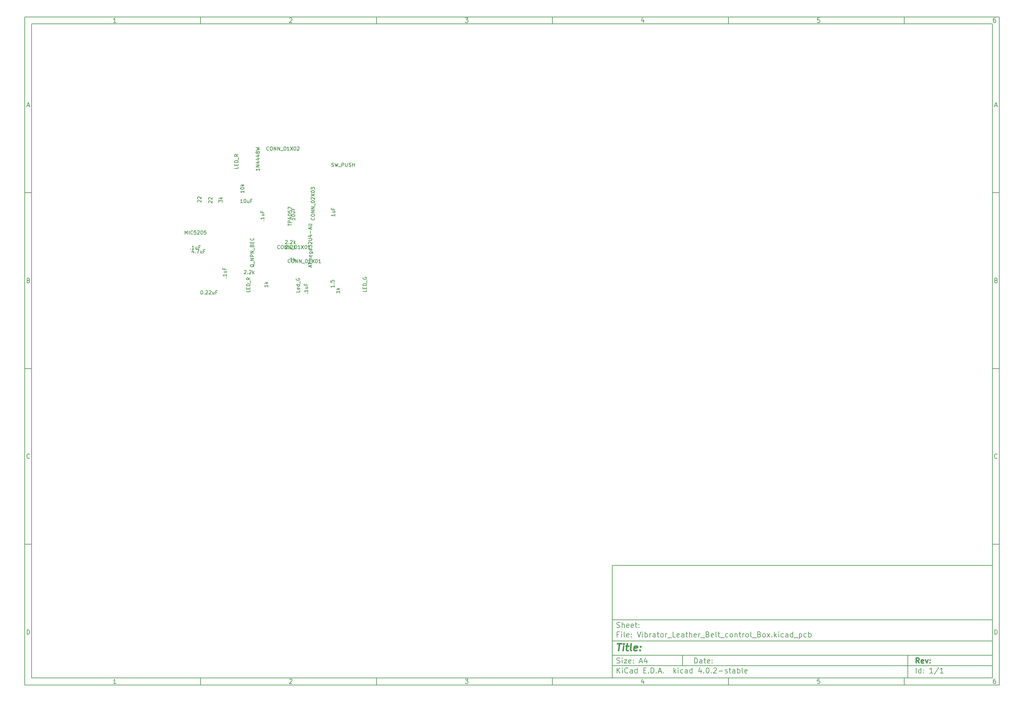
<source format=gbr>
G04 #@! TF.FileFunction,Other,Fab,Top*
%FSLAX46Y46*%
G04 Gerber Fmt 4.6, Leading zero omitted, Abs format (unit mm)*
G04 Created by KiCad (PCBNEW 4.0.2-stable) date 2016 October 13, Thursday 23:14:49*
%MOMM*%
G01*
G04 APERTURE LIST*
%ADD10C,0.100000*%
%ADD11C,0.150000*%
%ADD12C,0.300000*%
%ADD13C,0.400000*%
G04 APERTURE END LIST*
D10*
D11*
X177002200Y-166007200D02*
X177002200Y-198007200D01*
X285002200Y-198007200D01*
X285002200Y-166007200D01*
X177002200Y-166007200D01*
D10*
D11*
X10000000Y-10000000D02*
X10000000Y-200007200D01*
X287002200Y-200007200D01*
X287002200Y-10000000D01*
X10000000Y-10000000D01*
D10*
D11*
X12000000Y-12000000D02*
X12000000Y-198007200D01*
X285002200Y-198007200D01*
X285002200Y-12000000D01*
X12000000Y-12000000D01*
D10*
D11*
X60000000Y-12000000D02*
X60000000Y-10000000D01*
D10*
D11*
X110000000Y-12000000D02*
X110000000Y-10000000D01*
D10*
D11*
X160000000Y-12000000D02*
X160000000Y-10000000D01*
D10*
D11*
X210000000Y-12000000D02*
X210000000Y-10000000D01*
D10*
D11*
X260000000Y-12000000D02*
X260000000Y-10000000D01*
D10*
D11*
X35990476Y-11588095D02*
X35247619Y-11588095D01*
X35619048Y-11588095D02*
X35619048Y-10288095D01*
X35495238Y-10473810D01*
X35371429Y-10597619D01*
X35247619Y-10659524D01*
D10*
D11*
X85247619Y-10411905D02*
X85309524Y-10350000D01*
X85433333Y-10288095D01*
X85742857Y-10288095D01*
X85866667Y-10350000D01*
X85928571Y-10411905D01*
X85990476Y-10535714D01*
X85990476Y-10659524D01*
X85928571Y-10845238D01*
X85185714Y-11588095D01*
X85990476Y-11588095D01*
D10*
D11*
X135185714Y-10288095D02*
X135990476Y-10288095D01*
X135557143Y-10783333D01*
X135742857Y-10783333D01*
X135866667Y-10845238D01*
X135928571Y-10907143D01*
X135990476Y-11030952D01*
X135990476Y-11340476D01*
X135928571Y-11464286D01*
X135866667Y-11526190D01*
X135742857Y-11588095D01*
X135371429Y-11588095D01*
X135247619Y-11526190D01*
X135185714Y-11464286D01*
D10*
D11*
X185866667Y-10721429D02*
X185866667Y-11588095D01*
X185557143Y-10226190D02*
X185247619Y-11154762D01*
X186052381Y-11154762D01*
D10*
D11*
X235928571Y-10288095D02*
X235309524Y-10288095D01*
X235247619Y-10907143D01*
X235309524Y-10845238D01*
X235433333Y-10783333D01*
X235742857Y-10783333D01*
X235866667Y-10845238D01*
X235928571Y-10907143D01*
X235990476Y-11030952D01*
X235990476Y-11340476D01*
X235928571Y-11464286D01*
X235866667Y-11526190D01*
X235742857Y-11588095D01*
X235433333Y-11588095D01*
X235309524Y-11526190D01*
X235247619Y-11464286D01*
D10*
D11*
X285866667Y-10288095D02*
X285619048Y-10288095D01*
X285495238Y-10350000D01*
X285433333Y-10411905D01*
X285309524Y-10597619D01*
X285247619Y-10845238D01*
X285247619Y-11340476D01*
X285309524Y-11464286D01*
X285371429Y-11526190D01*
X285495238Y-11588095D01*
X285742857Y-11588095D01*
X285866667Y-11526190D01*
X285928571Y-11464286D01*
X285990476Y-11340476D01*
X285990476Y-11030952D01*
X285928571Y-10907143D01*
X285866667Y-10845238D01*
X285742857Y-10783333D01*
X285495238Y-10783333D01*
X285371429Y-10845238D01*
X285309524Y-10907143D01*
X285247619Y-11030952D01*
D10*
D11*
X60000000Y-198007200D02*
X60000000Y-200007200D01*
D10*
D11*
X110000000Y-198007200D02*
X110000000Y-200007200D01*
D10*
D11*
X160000000Y-198007200D02*
X160000000Y-200007200D01*
D10*
D11*
X210000000Y-198007200D02*
X210000000Y-200007200D01*
D10*
D11*
X260000000Y-198007200D02*
X260000000Y-200007200D01*
D10*
D11*
X35990476Y-199595295D02*
X35247619Y-199595295D01*
X35619048Y-199595295D02*
X35619048Y-198295295D01*
X35495238Y-198481010D01*
X35371429Y-198604819D01*
X35247619Y-198666724D01*
D10*
D11*
X85247619Y-198419105D02*
X85309524Y-198357200D01*
X85433333Y-198295295D01*
X85742857Y-198295295D01*
X85866667Y-198357200D01*
X85928571Y-198419105D01*
X85990476Y-198542914D01*
X85990476Y-198666724D01*
X85928571Y-198852438D01*
X85185714Y-199595295D01*
X85990476Y-199595295D01*
D10*
D11*
X135185714Y-198295295D02*
X135990476Y-198295295D01*
X135557143Y-198790533D01*
X135742857Y-198790533D01*
X135866667Y-198852438D01*
X135928571Y-198914343D01*
X135990476Y-199038152D01*
X135990476Y-199347676D01*
X135928571Y-199471486D01*
X135866667Y-199533390D01*
X135742857Y-199595295D01*
X135371429Y-199595295D01*
X135247619Y-199533390D01*
X135185714Y-199471486D01*
D10*
D11*
X185866667Y-198728629D02*
X185866667Y-199595295D01*
X185557143Y-198233390D02*
X185247619Y-199161962D01*
X186052381Y-199161962D01*
D10*
D11*
X235928571Y-198295295D02*
X235309524Y-198295295D01*
X235247619Y-198914343D01*
X235309524Y-198852438D01*
X235433333Y-198790533D01*
X235742857Y-198790533D01*
X235866667Y-198852438D01*
X235928571Y-198914343D01*
X235990476Y-199038152D01*
X235990476Y-199347676D01*
X235928571Y-199471486D01*
X235866667Y-199533390D01*
X235742857Y-199595295D01*
X235433333Y-199595295D01*
X235309524Y-199533390D01*
X235247619Y-199471486D01*
D10*
D11*
X285866667Y-198295295D02*
X285619048Y-198295295D01*
X285495238Y-198357200D01*
X285433333Y-198419105D01*
X285309524Y-198604819D01*
X285247619Y-198852438D01*
X285247619Y-199347676D01*
X285309524Y-199471486D01*
X285371429Y-199533390D01*
X285495238Y-199595295D01*
X285742857Y-199595295D01*
X285866667Y-199533390D01*
X285928571Y-199471486D01*
X285990476Y-199347676D01*
X285990476Y-199038152D01*
X285928571Y-198914343D01*
X285866667Y-198852438D01*
X285742857Y-198790533D01*
X285495238Y-198790533D01*
X285371429Y-198852438D01*
X285309524Y-198914343D01*
X285247619Y-199038152D01*
D10*
D11*
X10000000Y-60000000D02*
X12000000Y-60000000D01*
D10*
D11*
X10000000Y-110000000D02*
X12000000Y-110000000D01*
D10*
D11*
X10000000Y-160000000D02*
X12000000Y-160000000D01*
D10*
D11*
X10690476Y-35216667D02*
X11309524Y-35216667D01*
X10566667Y-35588095D02*
X11000000Y-34288095D01*
X11433333Y-35588095D01*
D10*
D11*
X11092857Y-84907143D02*
X11278571Y-84969048D01*
X11340476Y-85030952D01*
X11402381Y-85154762D01*
X11402381Y-85340476D01*
X11340476Y-85464286D01*
X11278571Y-85526190D01*
X11154762Y-85588095D01*
X10659524Y-85588095D01*
X10659524Y-84288095D01*
X11092857Y-84288095D01*
X11216667Y-84350000D01*
X11278571Y-84411905D01*
X11340476Y-84535714D01*
X11340476Y-84659524D01*
X11278571Y-84783333D01*
X11216667Y-84845238D01*
X11092857Y-84907143D01*
X10659524Y-84907143D01*
D10*
D11*
X11402381Y-135464286D02*
X11340476Y-135526190D01*
X11154762Y-135588095D01*
X11030952Y-135588095D01*
X10845238Y-135526190D01*
X10721429Y-135402381D01*
X10659524Y-135278571D01*
X10597619Y-135030952D01*
X10597619Y-134845238D01*
X10659524Y-134597619D01*
X10721429Y-134473810D01*
X10845238Y-134350000D01*
X11030952Y-134288095D01*
X11154762Y-134288095D01*
X11340476Y-134350000D01*
X11402381Y-134411905D01*
D10*
D11*
X10659524Y-185588095D02*
X10659524Y-184288095D01*
X10969048Y-184288095D01*
X11154762Y-184350000D01*
X11278571Y-184473810D01*
X11340476Y-184597619D01*
X11402381Y-184845238D01*
X11402381Y-185030952D01*
X11340476Y-185278571D01*
X11278571Y-185402381D01*
X11154762Y-185526190D01*
X10969048Y-185588095D01*
X10659524Y-185588095D01*
D10*
D11*
X287002200Y-60000000D02*
X285002200Y-60000000D01*
D10*
D11*
X287002200Y-110000000D02*
X285002200Y-110000000D01*
D10*
D11*
X287002200Y-160000000D02*
X285002200Y-160000000D01*
D10*
D11*
X285692676Y-35216667D02*
X286311724Y-35216667D01*
X285568867Y-35588095D02*
X286002200Y-34288095D01*
X286435533Y-35588095D01*
D10*
D11*
X286095057Y-84907143D02*
X286280771Y-84969048D01*
X286342676Y-85030952D01*
X286404581Y-85154762D01*
X286404581Y-85340476D01*
X286342676Y-85464286D01*
X286280771Y-85526190D01*
X286156962Y-85588095D01*
X285661724Y-85588095D01*
X285661724Y-84288095D01*
X286095057Y-84288095D01*
X286218867Y-84350000D01*
X286280771Y-84411905D01*
X286342676Y-84535714D01*
X286342676Y-84659524D01*
X286280771Y-84783333D01*
X286218867Y-84845238D01*
X286095057Y-84907143D01*
X285661724Y-84907143D01*
D10*
D11*
X286404581Y-135464286D02*
X286342676Y-135526190D01*
X286156962Y-135588095D01*
X286033152Y-135588095D01*
X285847438Y-135526190D01*
X285723629Y-135402381D01*
X285661724Y-135278571D01*
X285599819Y-135030952D01*
X285599819Y-134845238D01*
X285661724Y-134597619D01*
X285723629Y-134473810D01*
X285847438Y-134350000D01*
X286033152Y-134288095D01*
X286156962Y-134288095D01*
X286342676Y-134350000D01*
X286404581Y-134411905D01*
D10*
D11*
X285661724Y-185588095D02*
X285661724Y-184288095D01*
X285971248Y-184288095D01*
X286156962Y-184350000D01*
X286280771Y-184473810D01*
X286342676Y-184597619D01*
X286404581Y-184845238D01*
X286404581Y-185030952D01*
X286342676Y-185278571D01*
X286280771Y-185402381D01*
X286156962Y-185526190D01*
X285971248Y-185588095D01*
X285661724Y-185588095D01*
D10*
D11*
X200359343Y-193785771D02*
X200359343Y-192285771D01*
X200716486Y-192285771D01*
X200930771Y-192357200D01*
X201073629Y-192500057D01*
X201145057Y-192642914D01*
X201216486Y-192928629D01*
X201216486Y-193142914D01*
X201145057Y-193428629D01*
X201073629Y-193571486D01*
X200930771Y-193714343D01*
X200716486Y-193785771D01*
X200359343Y-193785771D01*
X202502200Y-193785771D02*
X202502200Y-193000057D01*
X202430771Y-192857200D01*
X202287914Y-192785771D01*
X202002200Y-192785771D01*
X201859343Y-192857200D01*
X202502200Y-193714343D02*
X202359343Y-193785771D01*
X202002200Y-193785771D01*
X201859343Y-193714343D01*
X201787914Y-193571486D01*
X201787914Y-193428629D01*
X201859343Y-193285771D01*
X202002200Y-193214343D01*
X202359343Y-193214343D01*
X202502200Y-193142914D01*
X203002200Y-192785771D02*
X203573629Y-192785771D01*
X203216486Y-192285771D02*
X203216486Y-193571486D01*
X203287914Y-193714343D01*
X203430772Y-193785771D01*
X203573629Y-193785771D01*
X204645057Y-193714343D02*
X204502200Y-193785771D01*
X204216486Y-193785771D01*
X204073629Y-193714343D01*
X204002200Y-193571486D01*
X204002200Y-193000057D01*
X204073629Y-192857200D01*
X204216486Y-192785771D01*
X204502200Y-192785771D01*
X204645057Y-192857200D01*
X204716486Y-193000057D01*
X204716486Y-193142914D01*
X204002200Y-193285771D01*
X205359343Y-193642914D02*
X205430771Y-193714343D01*
X205359343Y-193785771D01*
X205287914Y-193714343D01*
X205359343Y-193642914D01*
X205359343Y-193785771D01*
X205359343Y-192857200D02*
X205430771Y-192928629D01*
X205359343Y-193000057D01*
X205287914Y-192928629D01*
X205359343Y-192857200D01*
X205359343Y-193000057D01*
D10*
D11*
X177002200Y-194507200D02*
X285002200Y-194507200D01*
D10*
D11*
X178359343Y-196585771D02*
X178359343Y-195085771D01*
X179216486Y-196585771D02*
X178573629Y-195728629D01*
X179216486Y-195085771D02*
X178359343Y-195942914D01*
X179859343Y-196585771D02*
X179859343Y-195585771D01*
X179859343Y-195085771D02*
X179787914Y-195157200D01*
X179859343Y-195228629D01*
X179930771Y-195157200D01*
X179859343Y-195085771D01*
X179859343Y-195228629D01*
X181430772Y-196442914D02*
X181359343Y-196514343D01*
X181145057Y-196585771D01*
X181002200Y-196585771D01*
X180787915Y-196514343D01*
X180645057Y-196371486D01*
X180573629Y-196228629D01*
X180502200Y-195942914D01*
X180502200Y-195728629D01*
X180573629Y-195442914D01*
X180645057Y-195300057D01*
X180787915Y-195157200D01*
X181002200Y-195085771D01*
X181145057Y-195085771D01*
X181359343Y-195157200D01*
X181430772Y-195228629D01*
X182716486Y-196585771D02*
X182716486Y-195800057D01*
X182645057Y-195657200D01*
X182502200Y-195585771D01*
X182216486Y-195585771D01*
X182073629Y-195657200D01*
X182716486Y-196514343D02*
X182573629Y-196585771D01*
X182216486Y-196585771D01*
X182073629Y-196514343D01*
X182002200Y-196371486D01*
X182002200Y-196228629D01*
X182073629Y-196085771D01*
X182216486Y-196014343D01*
X182573629Y-196014343D01*
X182716486Y-195942914D01*
X184073629Y-196585771D02*
X184073629Y-195085771D01*
X184073629Y-196514343D02*
X183930772Y-196585771D01*
X183645058Y-196585771D01*
X183502200Y-196514343D01*
X183430772Y-196442914D01*
X183359343Y-196300057D01*
X183359343Y-195871486D01*
X183430772Y-195728629D01*
X183502200Y-195657200D01*
X183645058Y-195585771D01*
X183930772Y-195585771D01*
X184073629Y-195657200D01*
X185930772Y-195800057D02*
X186430772Y-195800057D01*
X186645058Y-196585771D02*
X185930772Y-196585771D01*
X185930772Y-195085771D01*
X186645058Y-195085771D01*
X187287915Y-196442914D02*
X187359343Y-196514343D01*
X187287915Y-196585771D01*
X187216486Y-196514343D01*
X187287915Y-196442914D01*
X187287915Y-196585771D01*
X188002201Y-196585771D02*
X188002201Y-195085771D01*
X188359344Y-195085771D01*
X188573629Y-195157200D01*
X188716487Y-195300057D01*
X188787915Y-195442914D01*
X188859344Y-195728629D01*
X188859344Y-195942914D01*
X188787915Y-196228629D01*
X188716487Y-196371486D01*
X188573629Y-196514343D01*
X188359344Y-196585771D01*
X188002201Y-196585771D01*
X189502201Y-196442914D02*
X189573629Y-196514343D01*
X189502201Y-196585771D01*
X189430772Y-196514343D01*
X189502201Y-196442914D01*
X189502201Y-196585771D01*
X190145058Y-196157200D02*
X190859344Y-196157200D01*
X190002201Y-196585771D02*
X190502201Y-195085771D01*
X191002201Y-196585771D01*
X191502201Y-196442914D02*
X191573629Y-196514343D01*
X191502201Y-196585771D01*
X191430772Y-196514343D01*
X191502201Y-196442914D01*
X191502201Y-196585771D01*
X194502201Y-196585771D02*
X194502201Y-195085771D01*
X194645058Y-196014343D02*
X195073629Y-196585771D01*
X195073629Y-195585771D02*
X194502201Y-196157200D01*
X195716487Y-196585771D02*
X195716487Y-195585771D01*
X195716487Y-195085771D02*
X195645058Y-195157200D01*
X195716487Y-195228629D01*
X195787915Y-195157200D01*
X195716487Y-195085771D01*
X195716487Y-195228629D01*
X197073630Y-196514343D02*
X196930773Y-196585771D01*
X196645059Y-196585771D01*
X196502201Y-196514343D01*
X196430773Y-196442914D01*
X196359344Y-196300057D01*
X196359344Y-195871486D01*
X196430773Y-195728629D01*
X196502201Y-195657200D01*
X196645059Y-195585771D01*
X196930773Y-195585771D01*
X197073630Y-195657200D01*
X198359344Y-196585771D02*
X198359344Y-195800057D01*
X198287915Y-195657200D01*
X198145058Y-195585771D01*
X197859344Y-195585771D01*
X197716487Y-195657200D01*
X198359344Y-196514343D02*
X198216487Y-196585771D01*
X197859344Y-196585771D01*
X197716487Y-196514343D01*
X197645058Y-196371486D01*
X197645058Y-196228629D01*
X197716487Y-196085771D01*
X197859344Y-196014343D01*
X198216487Y-196014343D01*
X198359344Y-195942914D01*
X199716487Y-196585771D02*
X199716487Y-195085771D01*
X199716487Y-196514343D02*
X199573630Y-196585771D01*
X199287916Y-196585771D01*
X199145058Y-196514343D01*
X199073630Y-196442914D01*
X199002201Y-196300057D01*
X199002201Y-195871486D01*
X199073630Y-195728629D01*
X199145058Y-195657200D01*
X199287916Y-195585771D01*
X199573630Y-195585771D01*
X199716487Y-195657200D01*
X202216487Y-195585771D02*
X202216487Y-196585771D01*
X201859344Y-195014343D02*
X201502201Y-196085771D01*
X202430773Y-196085771D01*
X203002201Y-196442914D02*
X203073629Y-196514343D01*
X203002201Y-196585771D01*
X202930772Y-196514343D01*
X203002201Y-196442914D01*
X203002201Y-196585771D01*
X204002201Y-195085771D02*
X204145058Y-195085771D01*
X204287915Y-195157200D01*
X204359344Y-195228629D01*
X204430773Y-195371486D01*
X204502201Y-195657200D01*
X204502201Y-196014343D01*
X204430773Y-196300057D01*
X204359344Y-196442914D01*
X204287915Y-196514343D01*
X204145058Y-196585771D01*
X204002201Y-196585771D01*
X203859344Y-196514343D01*
X203787915Y-196442914D01*
X203716487Y-196300057D01*
X203645058Y-196014343D01*
X203645058Y-195657200D01*
X203716487Y-195371486D01*
X203787915Y-195228629D01*
X203859344Y-195157200D01*
X204002201Y-195085771D01*
X205145058Y-196442914D02*
X205216486Y-196514343D01*
X205145058Y-196585771D01*
X205073629Y-196514343D01*
X205145058Y-196442914D01*
X205145058Y-196585771D01*
X205787915Y-195228629D02*
X205859344Y-195157200D01*
X206002201Y-195085771D01*
X206359344Y-195085771D01*
X206502201Y-195157200D01*
X206573630Y-195228629D01*
X206645058Y-195371486D01*
X206645058Y-195514343D01*
X206573630Y-195728629D01*
X205716487Y-196585771D01*
X206645058Y-196585771D01*
X207287915Y-196014343D02*
X208430772Y-196014343D01*
X209073629Y-196514343D02*
X209216486Y-196585771D01*
X209502201Y-196585771D01*
X209645058Y-196514343D01*
X209716486Y-196371486D01*
X209716486Y-196300057D01*
X209645058Y-196157200D01*
X209502201Y-196085771D01*
X209287915Y-196085771D01*
X209145058Y-196014343D01*
X209073629Y-195871486D01*
X209073629Y-195800057D01*
X209145058Y-195657200D01*
X209287915Y-195585771D01*
X209502201Y-195585771D01*
X209645058Y-195657200D01*
X210145058Y-195585771D02*
X210716487Y-195585771D01*
X210359344Y-195085771D02*
X210359344Y-196371486D01*
X210430772Y-196514343D01*
X210573630Y-196585771D01*
X210716487Y-196585771D01*
X211859344Y-196585771D02*
X211859344Y-195800057D01*
X211787915Y-195657200D01*
X211645058Y-195585771D01*
X211359344Y-195585771D01*
X211216487Y-195657200D01*
X211859344Y-196514343D02*
X211716487Y-196585771D01*
X211359344Y-196585771D01*
X211216487Y-196514343D01*
X211145058Y-196371486D01*
X211145058Y-196228629D01*
X211216487Y-196085771D01*
X211359344Y-196014343D01*
X211716487Y-196014343D01*
X211859344Y-195942914D01*
X212573630Y-196585771D02*
X212573630Y-195085771D01*
X212573630Y-195657200D02*
X212716487Y-195585771D01*
X213002201Y-195585771D01*
X213145058Y-195657200D01*
X213216487Y-195728629D01*
X213287916Y-195871486D01*
X213287916Y-196300057D01*
X213216487Y-196442914D01*
X213145058Y-196514343D01*
X213002201Y-196585771D01*
X212716487Y-196585771D01*
X212573630Y-196514343D01*
X214145059Y-196585771D02*
X214002201Y-196514343D01*
X213930773Y-196371486D01*
X213930773Y-195085771D01*
X215287915Y-196514343D02*
X215145058Y-196585771D01*
X214859344Y-196585771D01*
X214716487Y-196514343D01*
X214645058Y-196371486D01*
X214645058Y-195800057D01*
X214716487Y-195657200D01*
X214859344Y-195585771D01*
X215145058Y-195585771D01*
X215287915Y-195657200D01*
X215359344Y-195800057D01*
X215359344Y-195942914D01*
X214645058Y-196085771D01*
D10*
D11*
X177002200Y-191507200D02*
X285002200Y-191507200D01*
D10*
D12*
X264216486Y-193785771D02*
X263716486Y-193071486D01*
X263359343Y-193785771D02*
X263359343Y-192285771D01*
X263930771Y-192285771D01*
X264073629Y-192357200D01*
X264145057Y-192428629D01*
X264216486Y-192571486D01*
X264216486Y-192785771D01*
X264145057Y-192928629D01*
X264073629Y-193000057D01*
X263930771Y-193071486D01*
X263359343Y-193071486D01*
X265430771Y-193714343D02*
X265287914Y-193785771D01*
X265002200Y-193785771D01*
X264859343Y-193714343D01*
X264787914Y-193571486D01*
X264787914Y-193000057D01*
X264859343Y-192857200D01*
X265002200Y-192785771D01*
X265287914Y-192785771D01*
X265430771Y-192857200D01*
X265502200Y-193000057D01*
X265502200Y-193142914D01*
X264787914Y-193285771D01*
X266002200Y-192785771D02*
X266359343Y-193785771D01*
X266716485Y-192785771D01*
X267287914Y-193642914D02*
X267359342Y-193714343D01*
X267287914Y-193785771D01*
X267216485Y-193714343D01*
X267287914Y-193642914D01*
X267287914Y-193785771D01*
X267287914Y-192857200D02*
X267359342Y-192928629D01*
X267287914Y-193000057D01*
X267216485Y-192928629D01*
X267287914Y-192857200D01*
X267287914Y-193000057D01*
D10*
D11*
X178287914Y-193714343D02*
X178502200Y-193785771D01*
X178859343Y-193785771D01*
X179002200Y-193714343D01*
X179073629Y-193642914D01*
X179145057Y-193500057D01*
X179145057Y-193357200D01*
X179073629Y-193214343D01*
X179002200Y-193142914D01*
X178859343Y-193071486D01*
X178573629Y-193000057D01*
X178430771Y-192928629D01*
X178359343Y-192857200D01*
X178287914Y-192714343D01*
X178287914Y-192571486D01*
X178359343Y-192428629D01*
X178430771Y-192357200D01*
X178573629Y-192285771D01*
X178930771Y-192285771D01*
X179145057Y-192357200D01*
X179787914Y-193785771D02*
X179787914Y-192785771D01*
X179787914Y-192285771D02*
X179716485Y-192357200D01*
X179787914Y-192428629D01*
X179859342Y-192357200D01*
X179787914Y-192285771D01*
X179787914Y-192428629D01*
X180359343Y-192785771D02*
X181145057Y-192785771D01*
X180359343Y-193785771D01*
X181145057Y-193785771D01*
X182287914Y-193714343D02*
X182145057Y-193785771D01*
X181859343Y-193785771D01*
X181716486Y-193714343D01*
X181645057Y-193571486D01*
X181645057Y-193000057D01*
X181716486Y-192857200D01*
X181859343Y-192785771D01*
X182145057Y-192785771D01*
X182287914Y-192857200D01*
X182359343Y-193000057D01*
X182359343Y-193142914D01*
X181645057Y-193285771D01*
X183002200Y-193642914D02*
X183073628Y-193714343D01*
X183002200Y-193785771D01*
X182930771Y-193714343D01*
X183002200Y-193642914D01*
X183002200Y-193785771D01*
X183002200Y-192857200D02*
X183073628Y-192928629D01*
X183002200Y-193000057D01*
X182930771Y-192928629D01*
X183002200Y-192857200D01*
X183002200Y-193000057D01*
X184787914Y-193357200D02*
X185502200Y-193357200D01*
X184645057Y-193785771D02*
X185145057Y-192285771D01*
X185645057Y-193785771D01*
X186787914Y-192785771D02*
X186787914Y-193785771D01*
X186430771Y-192214343D02*
X186073628Y-193285771D01*
X187002200Y-193285771D01*
D10*
D11*
X263359343Y-196585771D02*
X263359343Y-195085771D01*
X264716486Y-196585771D02*
X264716486Y-195085771D01*
X264716486Y-196514343D02*
X264573629Y-196585771D01*
X264287915Y-196585771D01*
X264145057Y-196514343D01*
X264073629Y-196442914D01*
X264002200Y-196300057D01*
X264002200Y-195871486D01*
X264073629Y-195728629D01*
X264145057Y-195657200D01*
X264287915Y-195585771D01*
X264573629Y-195585771D01*
X264716486Y-195657200D01*
X265430772Y-196442914D02*
X265502200Y-196514343D01*
X265430772Y-196585771D01*
X265359343Y-196514343D01*
X265430772Y-196442914D01*
X265430772Y-196585771D01*
X265430772Y-195657200D02*
X265502200Y-195728629D01*
X265430772Y-195800057D01*
X265359343Y-195728629D01*
X265430772Y-195657200D01*
X265430772Y-195800057D01*
X268073629Y-196585771D02*
X267216486Y-196585771D01*
X267645058Y-196585771D02*
X267645058Y-195085771D01*
X267502201Y-195300057D01*
X267359343Y-195442914D01*
X267216486Y-195514343D01*
X269787914Y-195014343D02*
X268502200Y-196942914D01*
X271073629Y-196585771D02*
X270216486Y-196585771D01*
X270645058Y-196585771D02*
X270645058Y-195085771D01*
X270502201Y-195300057D01*
X270359343Y-195442914D01*
X270216486Y-195514343D01*
D10*
D11*
X177002200Y-187507200D02*
X285002200Y-187507200D01*
D10*
D13*
X178454581Y-188211962D02*
X179597438Y-188211962D01*
X178776010Y-190211962D02*
X179026010Y-188211962D01*
X180014105Y-190211962D02*
X180180771Y-188878629D01*
X180264105Y-188211962D02*
X180156962Y-188307200D01*
X180240295Y-188402438D01*
X180347439Y-188307200D01*
X180264105Y-188211962D01*
X180240295Y-188402438D01*
X180847438Y-188878629D02*
X181609343Y-188878629D01*
X181216486Y-188211962D02*
X181002200Y-189926248D01*
X181073630Y-190116724D01*
X181252201Y-190211962D01*
X181442677Y-190211962D01*
X182395058Y-190211962D02*
X182216487Y-190116724D01*
X182145057Y-189926248D01*
X182359343Y-188211962D01*
X183930772Y-190116724D02*
X183728391Y-190211962D01*
X183347439Y-190211962D01*
X183168867Y-190116724D01*
X183097438Y-189926248D01*
X183192676Y-189164343D01*
X183311724Y-188973867D01*
X183514105Y-188878629D01*
X183895057Y-188878629D01*
X184073629Y-188973867D01*
X184145057Y-189164343D01*
X184121248Y-189354819D01*
X183145057Y-189545295D01*
X184895057Y-190021486D02*
X184978392Y-190116724D01*
X184871248Y-190211962D01*
X184787915Y-190116724D01*
X184895057Y-190021486D01*
X184871248Y-190211962D01*
X185026010Y-188973867D02*
X185109344Y-189069105D01*
X185002200Y-189164343D01*
X184918867Y-189069105D01*
X185026010Y-188973867D01*
X185002200Y-189164343D01*
D10*
D11*
X178859343Y-185600057D02*
X178359343Y-185600057D01*
X178359343Y-186385771D02*
X178359343Y-184885771D01*
X179073629Y-184885771D01*
X179645057Y-186385771D02*
X179645057Y-185385771D01*
X179645057Y-184885771D02*
X179573628Y-184957200D01*
X179645057Y-185028629D01*
X179716485Y-184957200D01*
X179645057Y-184885771D01*
X179645057Y-185028629D01*
X180573629Y-186385771D02*
X180430771Y-186314343D01*
X180359343Y-186171486D01*
X180359343Y-184885771D01*
X181716485Y-186314343D02*
X181573628Y-186385771D01*
X181287914Y-186385771D01*
X181145057Y-186314343D01*
X181073628Y-186171486D01*
X181073628Y-185600057D01*
X181145057Y-185457200D01*
X181287914Y-185385771D01*
X181573628Y-185385771D01*
X181716485Y-185457200D01*
X181787914Y-185600057D01*
X181787914Y-185742914D01*
X181073628Y-185885771D01*
X182430771Y-186242914D02*
X182502199Y-186314343D01*
X182430771Y-186385771D01*
X182359342Y-186314343D01*
X182430771Y-186242914D01*
X182430771Y-186385771D01*
X182430771Y-185457200D02*
X182502199Y-185528629D01*
X182430771Y-185600057D01*
X182359342Y-185528629D01*
X182430771Y-185457200D01*
X182430771Y-185600057D01*
X184073628Y-184885771D02*
X184573628Y-186385771D01*
X185073628Y-184885771D01*
X185573628Y-186385771D02*
X185573628Y-185385771D01*
X185573628Y-184885771D02*
X185502199Y-184957200D01*
X185573628Y-185028629D01*
X185645056Y-184957200D01*
X185573628Y-184885771D01*
X185573628Y-185028629D01*
X186287914Y-186385771D02*
X186287914Y-184885771D01*
X186287914Y-185457200D02*
X186430771Y-185385771D01*
X186716485Y-185385771D01*
X186859342Y-185457200D01*
X186930771Y-185528629D01*
X187002200Y-185671486D01*
X187002200Y-186100057D01*
X186930771Y-186242914D01*
X186859342Y-186314343D01*
X186716485Y-186385771D01*
X186430771Y-186385771D01*
X186287914Y-186314343D01*
X187645057Y-186385771D02*
X187645057Y-185385771D01*
X187645057Y-185671486D02*
X187716485Y-185528629D01*
X187787914Y-185457200D01*
X187930771Y-185385771D01*
X188073628Y-185385771D01*
X189216485Y-186385771D02*
X189216485Y-185600057D01*
X189145056Y-185457200D01*
X189002199Y-185385771D01*
X188716485Y-185385771D01*
X188573628Y-185457200D01*
X189216485Y-186314343D02*
X189073628Y-186385771D01*
X188716485Y-186385771D01*
X188573628Y-186314343D01*
X188502199Y-186171486D01*
X188502199Y-186028629D01*
X188573628Y-185885771D01*
X188716485Y-185814343D01*
X189073628Y-185814343D01*
X189216485Y-185742914D01*
X189716485Y-185385771D02*
X190287914Y-185385771D01*
X189930771Y-184885771D02*
X189930771Y-186171486D01*
X190002199Y-186314343D01*
X190145057Y-186385771D01*
X190287914Y-186385771D01*
X191002200Y-186385771D02*
X190859342Y-186314343D01*
X190787914Y-186242914D01*
X190716485Y-186100057D01*
X190716485Y-185671486D01*
X190787914Y-185528629D01*
X190859342Y-185457200D01*
X191002200Y-185385771D01*
X191216485Y-185385771D01*
X191359342Y-185457200D01*
X191430771Y-185528629D01*
X191502200Y-185671486D01*
X191502200Y-186100057D01*
X191430771Y-186242914D01*
X191359342Y-186314343D01*
X191216485Y-186385771D01*
X191002200Y-186385771D01*
X192145057Y-186385771D02*
X192145057Y-185385771D01*
X192145057Y-185671486D02*
X192216485Y-185528629D01*
X192287914Y-185457200D01*
X192430771Y-185385771D01*
X192573628Y-185385771D01*
X192716485Y-186528629D02*
X193859342Y-186528629D01*
X194930771Y-186385771D02*
X194216485Y-186385771D01*
X194216485Y-184885771D01*
X196002199Y-186314343D02*
X195859342Y-186385771D01*
X195573628Y-186385771D01*
X195430771Y-186314343D01*
X195359342Y-186171486D01*
X195359342Y-185600057D01*
X195430771Y-185457200D01*
X195573628Y-185385771D01*
X195859342Y-185385771D01*
X196002199Y-185457200D01*
X196073628Y-185600057D01*
X196073628Y-185742914D01*
X195359342Y-185885771D01*
X197359342Y-186385771D02*
X197359342Y-185600057D01*
X197287913Y-185457200D01*
X197145056Y-185385771D01*
X196859342Y-185385771D01*
X196716485Y-185457200D01*
X197359342Y-186314343D02*
X197216485Y-186385771D01*
X196859342Y-186385771D01*
X196716485Y-186314343D01*
X196645056Y-186171486D01*
X196645056Y-186028629D01*
X196716485Y-185885771D01*
X196859342Y-185814343D01*
X197216485Y-185814343D01*
X197359342Y-185742914D01*
X197859342Y-185385771D02*
X198430771Y-185385771D01*
X198073628Y-184885771D02*
X198073628Y-186171486D01*
X198145056Y-186314343D01*
X198287914Y-186385771D01*
X198430771Y-186385771D01*
X198930771Y-186385771D02*
X198930771Y-184885771D01*
X199573628Y-186385771D02*
X199573628Y-185600057D01*
X199502199Y-185457200D01*
X199359342Y-185385771D01*
X199145057Y-185385771D01*
X199002199Y-185457200D01*
X198930771Y-185528629D01*
X200859342Y-186314343D02*
X200716485Y-186385771D01*
X200430771Y-186385771D01*
X200287914Y-186314343D01*
X200216485Y-186171486D01*
X200216485Y-185600057D01*
X200287914Y-185457200D01*
X200430771Y-185385771D01*
X200716485Y-185385771D01*
X200859342Y-185457200D01*
X200930771Y-185600057D01*
X200930771Y-185742914D01*
X200216485Y-185885771D01*
X201573628Y-186385771D02*
X201573628Y-185385771D01*
X201573628Y-185671486D02*
X201645056Y-185528629D01*
X201716485Y-185457200D01*
X201859342Y-185385771D01*
X202002199Y-185385771D01*
X202145056Y-186528629D02*
X203287913Y-186528629D01*
X204145056Y-185600057D02*
X204359342Y-185671486D01*
X204430770Y-185742914D01*
X204502199Y-185885771D01*
X204502199Y-186100057D01*
X204430770Y-186242914D01*
X204359342Y-186314343D01*
X204216484Y-186385771D01*
X203645056Y-186385771D01*
X203645056Y-184885771D01*
X204145056Y-184885771D01*
X204287913Y-184957200D01*
X204359342Y-185028629D01*
X204430770Y-185171486D01*
X204430770Y-185314343D01*
X204359342Y-185457200D01*
X204287913Y-185528629D01*
X204145056Y-185600057D01*
X203645056Y-185600057D01*
X205716484Y-186314343D02*
X205573627Y-186385771D01*
X205287913Y-186385771D01*
X205145056Y-186314343D01*
X205073627Y-186171486D01*
X205073627Y-185600057D01*
X205145056Y-185457200D01*
X205287913Y-185385771D01*
X205573627Y-185385771D01*
X205716484Y-185457200D01*
X205787913Y-185600057D01*
X205787913Y-185742914D01*
X205073627Y-185885771D01*
X206645056Y-186385771D02*
X206502198Y-186314343D01*
X206430770Y-186171486D01*
X206430770Y-184885771D01*
X207002198Y-185385771D02*
X207573627Y-185385771D01*
X207216484Y-184885771D02*
X207216484Y-186171486D01*
X207287912Y-186314343D01*
X207430770Y-186385771D01*
X207573627Y-186385771D01*
X207716484Y-186528629D02*
X208859341Y-186528629D01*
X209859341Y-186314343D02*
X209716484Y-186385771D01*
X209430770Y-186385771D01*
X209287912Y-186314343D01*
X209216484Y-186242914D01*
X209145055Y-186100057D01*
X209145055Y-185671486D01*
X209216484Y-185528629D01*
X209287912Y-185457200D01*
X209430770Y-185385771D01*
X209716484Y-185385771D01*
X209859341Y-185457200D01*
X210716484Y-186385771D02*
X210573626Y-186314343D01*
X210502198Y-186242914D01*
X210430769Y-186100057D01*
X210430769Y-185671486D01*
X210502198Y-185528629D01*
X210573626Y-185457200D01*
X210716484Y-185385771D01*
X210930769Y-185385771D01*
X211073626Y-185457200D01*
X211145055Y-185528629D01*
X211216484Y-185671486D01*
X211216484Y-186100057D01*
X211145055Y-186242914D01*
X211073626Y-186314343D01*
X210930769Y-186385771D01*
X210716484Y-186385771D01*
X211859341Y-185385771D02*
X211859341Y-186385771D01*
X211859341Y-185528629D02*
X211930769Y-185457200D01*
X212073627Y-185385771D01*
X212287912Y-185385771D01*
X212430769Y-185457200D01*
X212502198Y-185600057D01*
X212502198Y-186385771D01*
X213002198Y-185385771D02*
X213573627Y-185385771D01*
X213216484Y-184885771D02*
X213216484Y-186171486D01*
X213287912Y-186314343D01*
X213430770Y-186385771D01*
X213573627Y-186385771D01*
X214073627Y-186385771D02*
X214073627Y-185385771D01*
X214073627Y-185671486D02*
X214145055Y-185528629D01*
X214216484Y-185457200D01*
X214359341Y-185385771D01*
X214502198Y-185385771D01*
X215216484Y-186385771D02*
X215073626Y-186314343D01*
X215002198Y-186242914D01*
X214930769Y-186100057D01*
X214930769Y-185671486D01*
X215002198Y-185528629D01*
X215073626Y-185457200D01*
X215216484Y-185385771D01*
X215430769Y-185385771D01*
X215573626Y-185457200D01*
X215645055Y-185528629D01*
X215716484Y-185671486D01*
X215716484Y-186100057D01*
X215645055Y-186242914D01*
X215573626Y-186314343D01*
X215430769Y-186385771D01*
X215216484Y-186385771D01*
X216573627Y-186385771D02*
X216430769Y-186314343D01*
X216359341Y-186171486D01*
X216359341Y-184885771D01*
X216787912Y-186528629D02*
X217930769Y-186528629D01*
X218787912Y-185600057D02*
X219002198Y-185671486D01*
X219073626Y-185742914D01*
X219145055Y-185885771D01*
X219145055Y-186100057D01*
X219073626Y-186242914D01*
X219002198Y-186314343D01*
X218859340Y-186385771D01*
X218287912Y-186385771D01*
X218287912Y-184885771D01*
X218787912Y-184885771D01*
X218930769Y-184957200D01*
X219002198Y-185028629D01*
X219073626Y-185171486D01*
X219073626Y-185314343D01*
X219002198Y-185457200D01*
X218930769Y-185528629D01*
X218787912Y-185600057D01*
X218287912Y-185600057D01*
X220002198Y-186385771D02*
X219859340Y-186314343D01*
X219787912Y-186242914D01*
X219716483Y-186100057D01*
X219716483Y-185671486D01*
X219787912Y-185528629D01*
X219859340Y-185457200D01*
X220002198Y-185385771D01*
X220216483Y-185385771D01*
X220359340Y-185457200D01*
X220430769Y-185528629D01*
X220502198Y-185671486D01*
X220502198Y-186100057D01*
X220430769Y-186242914D01*
X220359340Y-186314343D01*
X220216483Y-186385771D01*
X220002198Y-186385771D01*
X221002198Y-186385771D02*
X221787912Y-185385771D01*
X221002198Y-185385771D02*
X221787912Y-186385771D01*
X222359341Y-186242914D02*
X222430769Y-186314343D01*
X222359341Y-186385771D01*
X222287912Y-186314343D01*
X222359341Y-186242914D01*
X222359341Y-186385771D01*
X223073627Y-186385771D02*
X223073627Y-184885771D01*
X223216484Y-185814343D02*
X223645055Y-186385771D01*
X223645055Y-185385771D02*
X223073627Y-185957200D01*
X224287913Y-186385771D02*
X224287913Y-185385771D01*
X224287913Y-184885771D02*
X224216484Y-184957200D01*
X224287913Y-185028629D01*
X224359341Y-184957200D01*
X224287913Y-184885771D01*
X224287913Y-185028629D01*
X225645056Y-186314343D02*
X225502199Y-186385771D01*
X225216485Y-186385771D01*
X225073627Y-186314343D01*
X225002199Y-186242914D01*
X224930770Y-186100057D01*
X224930770Y-185671486D01*
X225002199Y-185528629D01*
X225073627Y-185457200D01*
X225216485Y-185385771D01*
X225502199Y-185385771D01*
X225645056Y-185457200D01*
X226930770Y-186385771D02*
X226930770Y-185600057D01*
X226859341Y-185457200D01*
X226716484Y-185385771D01*
X226430770Y-185385771D01*
X226287913Y-185457200D01*
X226930770Y-186314343D02*
X226787913Y-186385771D01*
X226430770Y-186385771D01*
X226287913Y-186314343D01*
X226216484Y-186171486D01*
X226216484Y-186028629D01*
X226287913Y-185885771D01*
X226430770Y-185814343D01*
X226787913Y-185814343D01*
X226930770Y-185742914D01*
X228287913Y-186385771D02*
X228287913Y-184885771D01*
X228287913Y-186314343D02*
X228145056Y-186385771D01*
X227859342Y-186385771D01*
X227716484Y-186314343D01*
X227645056Y-186242914D01*
X227573627Y-186100057D01*
X227573627Y-185671486D01*
X227645056Y-185528629D01*
X227716484Y-185457200D01*
X227859342Y-185385771D01*
X228145056Y-185385771D01*
X228287913Y-185457200D01*
X228645056Y-186528629D02*
X229787913Y-186528629D01*
X230145056Y-185385771D02*
X230145056Y-186885771D01*
X230145056Y-185457200D02*
X230287913Y-185385771D01*
X230573627Y-185385771D01*
X230716484Y-185457200D01*
X230787913Y-185528629D01*
X230859342Y-185671486D01*
X230859342Y-186100057D01*
X230787913Y-186242914D01*
X230716484Y-186314343D01*
X230573627Y-186385771D01*
X230287913Y-186385771D01*
X230145056Y-186314343D01*
X232145056Y-186314343D02*
X232002199Y-186385771D01*
X231716485Y-186385771D01*
X231573627Y-186314343D01*
X231502199Y-186242914D01*
X231430770Y-186100057D01*
X231430770Y-185671486D01*
X231502199Y-185528629D01*
X231573627Y-185457200D01*
X231716485Y-185385771D01*
X232002199Y-185385771D01*
X232145056Y-185457200D01*
X232787913Y-186385771D02*
X232787913Y-184885771D01*
X232787913Y-185457200D02*
X232930770Y-185385771D01*
X233216484Y-185385771D01*
X233359341Y-185457200D01*
X233430770Y-185528629D01*
X233502199Y-185671486D01*
X233502199Y-186100057D01*
X233430770Y-186242914D01*
X233359341Y-186314343D01*
X233216484Y-186385771D01*
X232930770Y-186385771D01*
X232787913Y-186314343D01*
D10*
D11*
X177002200Y-181507200D02*
X285002200Y-181507200D01*
D10*
D11*
X178287914Y-183614343D02*
X178502200Y-183685771D01*
X178859343Y-183685771D01*
X179002200Y-183614343D01*
X179073629Y-183542914D01*
X179145057Y-183400057D01*
X179145057Y-183257200D01*
X179073629Y-183114343D01*
X179002200Y-183042914D01*
X178859343Y-182971486D01*
X178573629Y-182900057D01*
X178430771Y-182828629D01*
X178359343Y-182757200D01*
X178287914Y-182614343D01*
X178287914Y-182471486D01*
X178359343Y-182328629D01*
X178430771Y-182257200D01*
X178573629Y-182185771D01*
X178930771Y-182185771D01*
X179145057Y-182257200D01*
X179787914Y-183685771D02*
X179787914Y-182185771D01*
X180430771Y-183685771D02*
X180430771Y-182900057D01*
X180359342Y-182757200D01*
X180216485Y-182685771D01*
X180002200Y-182685771D01*
X179859342Y-182757200D01*
X179787914Y-182828629D01*
X181716485Y-183614343D02*
X181573628Y-183685771D01*
X181287914Y-183685771D01*
X181145057Y-183614343D01*
X181073628Y-183471486D01*
X181073628Y-182900057D01*
X181145057Y-182757200D01*
X181287914Y-182685771D01*
X181573628Y-182685771D01*
X181716485Y-182757200D01*
X181787914Y-182900057D01*
X181787914Y-183042914D01*
X181073628Y-183185771D01*
X183002199Y-183614343D02*
X182859342Y-183685771D01*
X182573628Y-183685771D01*
X182430771Y-183614343D01*
X182359342Y-183471486D01*
X182359342Y-182900057D01*
X182430771Y-182757200D01*
X182573628Y-182685771D01*
X182859342Y-182685771D01*
X183002199Y-182757200D01*
X183073628Y-182900057D01*
X183073628Y-183042914D01*
X182359342Y-183185771D01*
X183502199Y-182685771D02*
X184073628Y-182685771D01*
X183716485Y-182185771D02*
X183716485Y-183471486D01*
X183787913Y-183614343D01*
X183930771Y-183685771D01*
X184073628Y-183685771D01*
X184573628Y-183542914D02*
X184645056Y-183614343D01*
X184573628Y-183685771D01*
X184502199Y-183614343D01*
X184573628Y-183542914D01*
X184573628Y-183685771D01*
X184573628Y-182757200D02*
X184645056Y-182828629D01*
X184573628Y-182900057D01*
X184502199Y-182828629D01*
X184573628Y-182757200D01*
X184573628Y-182900057D01*
D10*
D11*
X197002200Y-191507200D02*
X197002200Y-194507200D01*
D10*
D11*
X261002200Y-191507200D02*
X261002200Y-198007200D01*
X57995239Y-76485714D02*
X57995239Y-77152381D01*
X57757143Y-76104762D02*
X57519048Y-76819048D01*
X58138096Y-76819048D01*
X58519048Y-77057143D02*
X58566667Y-77104762D01*
X58519048Y-77152381D01*
X58471429Y-77104762D01*
X58519048Y-77057143D01*
X58519048Y-77152381D01*
X58900000Y-76152381D02*
X59566667Y-76152381D01*
X59138095Y-77152381D01*
X60376191Y-76485714D02*
X60376191Y-77152381D01*
X59947619Y-76485714D02*
X59947619Y-77009524D01*
X59995238Y-77104762D01*
X60090476Y-77152381D01*
X60233334Y-77152381D01*
X60328572Y-77104762D01*
X60376191Y-77057143D01*
X61185715Y-76628571D02*
X60852381Y-76628571D01*
X60852381Y-77152381D02*
X60852381Y-76152381D01*
X61328572Y-76152381D01*
X79376191Y-47857143D02*
X79328572Y-47904762D01*
X79185715Y-47952381D01*
X79090477Y-47952381D01*
X78947619Y-47904762D01*
X78852381Y-47809524D01*
X78804762Y-47714286D01*
X78757143Y-47523810D01*
X78757143Y-47380952D01*
X78804762Y-47190476D01*
X78852381Y-47095238D01*
X78947619Y-47000000D01*
X79090477Y-46952381D01*
X79185715Y-46952381D01*
X79328572Y-47000000D01*
X79376191Y-47047619D01*
X79995238Y-46952381D02*
X80185715Y-46952381D01*
X80280953Y-47000000D01*
X80376191Y-47095238D01*
X80423810Y-47285714D01*
X80423810Y-47619048D01*
X80376191Y-47809524D01*
X80280953Y-47904762D01*
X80185715Y-47952381D01*
X79995238Y-47952381D01*
X79900000Y-47904762D01*
X79804762Y-47809524D01*
X79757143Y-47619048D01*
X79757143Y-47285714D01*
X79804762Y-47095238D01*
X79900000Y-47000000D01*
X79995238Y-46952381D01*
X80852381Y-47952381D02*
X80852381Y-46952381D01*
X81423810Y-47952381D01*
X81423810Y-46952381D01*
X81900000Y-47952381D02*
X81900000Y-46952381D01*
X82471429Y-47952381D01*
X82471429Y-46952381D01*
X82709524Y-48047619D02*
X83471429Y-48047619D01*
X83900000Y-46952381D02*
X83995239Y-46952381D01*
X84090477Y-47000000D01*
X84138096Y-47047619D01*
X84185715Y-47142857D01*
X84233334Y-47333333D01*
X84233334Y-47571429D01*
X84185715Y-47761905D01*
X84138096Y-47857143D01*
X84090477Y-47904762D01*
X83995239Y-47952381D01*
X83900000Y-47952381D01*
X83804762Y-47904762D01*
X83757143Y-47857143D01*
X83709524Y-47761905D01*
X83661905Y-47571429D01*
X83661905Y-47333333D01*
X83709524Y-47142857D01*
X83757143Y-47047619D01*
X83804762Y-47000000D01*
X83900000Y-46952381D01*
X85185715Y-47952381D02*
X84614286Y-47952381D01*
X84900000Y-47952381D02*
X84900000Y-46952381D01*
X84804762Y-47095238D01*
X84709524Y-47190476D01*
X84614286Y-47238095D01*
X85519048Y-46952381D02*
X86185715Y-47952381D01*
X86185715Y-46952381D02*
X85519048Y-47952381D01*
X86757143Y-46952381D02*
X86852382Y-46952381D01*
X86947620Y-47000000D01*
X86995239Y-47047619D01*
X87042858Y-47142857D01*
X87090477Y-47333333D01*
X87090477Y-47571429D01*
X87042858Y-47761905D01*
X86995239Y-47857143D01*
X86947620Y-47904762D01*
X86852382Y-47952381D01*
X86757143Y-47952381D01*
X86661905Y-47904762D01*
X86614286Y-47857143D01*
X86566667Y-47761905D01*
X86519048Y-47571429D01*
X86519048Y-47333333D01*
X86566667Y-47142857D01*
X86614286Y-47047619D01*
X86661905Y-47000000D01*
X86757143Y-46952381D01*
X87471429Y-47047619D02*
X87519048Y-47000000D01*
X87614286Y-46952381D01*
X87852382Y-46952381D01*
X87947620Y-47000000D01*
X87995239Y-47047619D01*
X88042858Y-47142857D01*
X88042858Y-47238095D01*
X87995239Y-47380952D01*
X87423810Y-47952381D01*
X88042858Y-47952381D01*
X86852381Y-67171428D02*
X86852381Y-67742857D01*
X86852381Y-67457143D02*
X85852381Y-67457143D01*
X85995238Y-67552381D01*
X86090476Y-67647619D01*
X86138095Y-67742857D01*
X85852381Y-66552381D02*
X85852381Y-66457142D01*
X85900000Y-66361904D01*
X85947619Y-66314285D01*
X86042857Y-66266666D01*
X86233333Y-66219047D01*
X86471429Y-66219047D01*
X86661905Y-66266666D01*
X86757143Y-66314285D01*
X86804762Y-66361904D01*
X86852381Y-66457142D01*
X86852381Y-66552381D01*
X86804762Y-66647619D01*
X86757143Y-66695238D01*
X86661905Y-66742857D01*
X86471429Y-66790476D01*
X86233333Y-66790476D01*
X86042857Y-66742857D01*
X85947619Y-66695238D01*
X85900000Y-66647619D01*
X85852381Y-66552381D01*
X86185714Y-65361904D02*
X86852381Y-65361904D01*
X86185714Y-65790476D02*
X86709524Y-65790476D01*
X86804762Y-65742857D01*
X86852381Y-65647619D01*
X86852381Y-65504761D01*
X86804762Y-65409523D01*
X86757143Y-65361904D01*
X86328571Y-64552380D02*
X86328571Y-64885714D01*
X86852381Y-64885714D02*
X85852381Y-64885714D01*
X85852381Y-64409523D01*
X77957143Y-67957143D02*
X78004762Y-67909524D01*
X78052381Y-67957143D01*
X78004762Y-68004762D01*
X77957143Y-67957143D01*
X78052381Y-67957143D01*
X78052381Y-66957143D02*
X78052381Y-67528572D01*
X78052381Y-67242858D02*
X77052381Y-67242858D01*
X77195238Y-67338096D01*
X77290476Y-67433334D01*
X77338095Y-67528572D01*
X77385714Y-66100000D02*
X78052381Y-66100000D01*
X77385714Y-66528572D02*
X77909524Y-66528572D01*
X78004762Y-66480953D01*
X78052381Y-66385715D01*
X78052381Y-66242857D01*
X78004762Y-66147619D01*
X77957143Y-66100000D01*
X77528571Y-65290476D02*
X77528571Y-65623810D01*
X78052381Y-65623810D02*
X77052381Y-65623810D01*
X77052381Y-65147619D01*
X90357143Y-88657143D02*
X90404762Y-88609524D01*
X90452381Y-88657143D01*
X90404762Y-88704762D01*
X90357143Y-88657143D01*
X90452381Y-88657143D01*
X90452381Y-87657143D02*
X90452381Y-88228572D01*
X90452381Y-87942858D02*
X89452381Y-87942858D01*
X89595238Y-88038096D01*
X89690476Y-88133334D01*
X89738095Y-88228572D01*
X89785714Y-86800000D02*
X90452381Y-86800000D01*
X89785714Y-87228572D02*
X90309524Y-87228572D01*
X90404762Y-87180953D01*
X90452381Y-87085715D01*
X90452381Y-86942857D01*
X90404762Y-86847619D01*
X90357143Y-86800000D01*
X89928571Y-85990476D02*
X89928571Y-86323810D01*
X90452381Y-86323810D02*
X89452381Y-86323810D01*
X89452381Y-85847619D01*
X57142857Y-75957143D02*
X57190476Y-76004762D01*
X57142857Y-76052381D01*
X57095238Y-76004762D01*
X57142857Y-75957143D01*
X57142857Y-76052381D01*
X58142857Y-76052381D02*
X57571428Y-76052381D01*
X57857142Y-76052381D02*
X57857142Y-75052381D01*
X57761904Y-75195238D01*
X57666666Y-75290476D01*
X57571428Y-75338095D01*
X59000000Y-75385714D02*
X59000000Y-76052381D01*
X58571428Y-75385714D02*
X58571428Y-75909524D01*
X58619047Y-76004762D01*
X58714285Y-76052381D01*
X58857143Y-76052381D01*
X58952381Y-76004762D01*
X59000000Y-75957143D01*
X59809524Y-75528571D02*
X59476190Y-75528571D01*
X59476190Y-76052381D02*
X59476190Y-75052381D01*
X59952381Y-75052381D01*
X71928572Y-62852381D02*
X71357143Y-62852381D01*
X71642857Y-62852381D02*
X71642857Y-61852381D01*
X71547619Y-61995238D01*
X71452381Y-62090476D01*
X71357143Y-62138095D01*
X72547619Y-61852381D02*
X72642858Y-61852381D01*
X72738096Y-61900000D01*
X72785715Y-61947619D01*
X72833334Y-62042857D01*
X72880953Y-62233333D01*
X72880953Y-62471429D01*
X72833334Y-62661905D01*
X72785715Y-62757143D01*
X72738096Y-62804762D01*
X72642858Y-62852381D01*
X72547619Y-62852381D01*
X72452381Y-62804762D01*
X72404762Y-62757143D01*
X72357143Y-62661905D01*
X72309524Y-62471429D01*
X72309524Y-62233333D01*
X72357143Y-62042857D01*
X72404762Y-61947619D01*
X72452381Y-61900000D01*
X72547619Y-61852381D01*
X73738096Y-62185714D02*
X73738096Y-62852381D01*
X73309524Y-62185714D02*
X73309524Y-62709524D01*
X73357143Y-62804762D01*
X73452381Y-62852381D01*
X73595239Y-62852381D01*
X73690477Y-62804762D01*
X73738096Y-62757143D01*
X74547620Y-62328571D02*
X74214286Y-62328571D01*
X74214286Y-62852381D02*
X74214286Y-61852381D01*
X74690477Y-61852381D01*
X98152381Y-66095238D02*
X98152381Y-66666667D01*
X98152381Y-66380953D02*
X97152381Y-66380953D01*
X97295238Y-66476191D01*
X97390476Y-66571429D01*
X97438095Y-66666667D01*
X97485714Y-65238095D02*
X98152381Y-65238095D01*
X97485714Y-65666667D02*
X98009524Y-65666667D01*
X98104762Y-65619048D01*
X98152381Y-65523810D01*
X98152381Y-65380952D01*
X98104762Y-65285714D01*
X98057143Y-65238095D01*
X97628571Y-64428571D02*
X97628571Y-64761905D01*
X98152381Y-64761905D02*
X97152381Y-64761905D01*
X97152381Y-64285714D01*
X67257143Y-84157143D02*
X67304762Y-84109524D01*
X67352381Y-84157143D01*
X67304762Y-84204762D01*
X67257143Y-84157143D01*
X67352381Y-84157143D01*
X67352381Y-83157143D02*
X67352381Y-83728572D01*
X67352381Y-83442858D02*
X66352381Y-83442858D01*
X66495238Y-83538096D01*
X66590476Y-83633334D01*
X66638095Y-83728572D01*
X66685714Y-82300000D02*
X67352381Y-82300000D01*
X66685714Y-82728572D02*
X67209524Y-82728572D01*
X67304762Y-82680953D01*
X67352381Y-82585715D01*
X67352381Y-82442857D01*
X67304762Y-82347619D01*
X67257143Y-82300000D01*
X66828571Y-81490476D02*
X66828571Y-81823810D01*
X67352381Y-81823810D02*
X66352381Y-81823810D01*
X66352381Y-81347619D01*
X60280952Y-87852381D02*
X60376191Y-87852381D01*
X60471429Y-87900000D01*
X60519048Y-87947619D01*
X60566667Y-88042857D01*
X60614286Y-88233333D01*
X60614286Y-88471429D01*
X60566667Y-88661905D01*
X60519048Y-88757143D01*
X60471429Y-88804762D01*
X60376191Y-88852381D01*
X60280952Y-88852381D01*
X60185714Y-88804762D01*
X60138095Y-88757143D01*
X60090476Y-88661905D01*
X60042857Y-88471429D01*
X60042857Y-88233333D01*
X60090476Y-88042857D01*
X60138095Y-87947619D01*
X60185714Y-87900000D01*
X60280952Y-87852381D01*
X61042857Y-88757143D02*
X61090476Y-88804762D01*
X61042857Y-88852381D01*
X60995238Y-88804762D01*
X61042857Y-88757143D01*
X61042857Y-88852381D01*
X61471428Y-87947619D02*
X61519047Y-87900000D01*
X61614285Y-87852381D01*
X61852381Y-87852381D01*
X61947619Y-87900000D01*
X61995238Y-87947619D01*
X62042857Y-88042857D01*
X62042857Y-88138095D01*
X61995238Y-88280952D01*
X61423809Y-88852381D01*
X62042857Y-88852381D01*
X62423809Y-87947619D02*
X62471428Y-87900000D01*
X62566666Y-87852381D01*
X62804762Y-87852381D01*
X62900000Y-87900000D01*
X62947619Y-87947619D01*
X62995238Y-88042857D01*
X62995238Y-88138095D01*
X62947619Y-88280952D01*
X62376190Y-88852381D01*
X62995238Y-88852381D01*
X63852381Y-88185714D02*
X63852381Y-88852381D01*
X63423809Y-88185714D02*
X63423809Y-88709524D01*
X63471428Y-88804762D01*
X63566666Y-88852381D01*
X63709524Y-88852381D01*
X63804762Y-88804762D01*
X63852381Y-88757143D01*
X64661905Y-88328571D02*
X64328571Y-88328571D01*
X64328571Y-88852381D02*
X64328571Y-87852381D01*
X64804762Y-87852381D01*
X76752381Y-53114285D02*
X76752381Y-53685714D01*
X76752381Y-53400000D02*
X75752381Y-53400000D01*
X75895238Y-53495238D01*
X75990476Y-53590476D01*
X76038095Y-53685714D01*
X76752381Y-52685714D02*
X75752381Y-52685714D01*
X76752381Y-52114285D01*
X75752381Y-52114285D01*
X76085714Y-51209523D02*
X76752381Y-51209523D01*
X75704762Y-51447619D02*
X76419048Y-51685714D01*
X76419048Y-51066666D01*
X76085714Y-50257142D02*
X76752381Y-50257142D01*
X75704762Y-50495238D02*
X76419048Y-50733333D01*
X76419048Y-50114285D01*
X76085714Y-49304761D02*
X76752381Y-49304761D01*
X75704762Y-49542857D02*
X76419048Y-49780952D01*
X76419048Y-49161904D01*
X76180952Y-48638095D02*
X76133333Y-48733333D01*
X76085714Y-48780952D01*
X75990476Y-48828571D01*
X75942857Y-48828571D01*
X75847619Y-48780952D01*
X75800000Y-48733333D01*
X75752381Y-48638095D01*
X75752381Y-48447618D01*
X75800000Y-48352380D01*
X75847619Y-48304761D01*
X75942857Y-48257142D01*
X75990476Y-48257142D01*
X76085714Y-48304761D01*
X76133333Y-48352380D01*
X76180952Y-48447618D01*
X76180952Y-48638095D01*
X76228571Y-48733333D01*
X76276190Y-48780952D01*
X76371429Y-48828571D01*
X76561905Y-48828571D01*
X76657143Y-48780952D01*
X76704762Y-48733333D01*
X76752381Y-48638095D01*
X76752381Y-48447618D01*
X76704762Y-48352380D01*
X76657143Y-48304761D01*
X76561905Y-48257142D01*
X76371429Y-48257142D01*
X76276190Y-48304761D01*
X76228571Y-48352380D01*
X76180952Y-48447618D01*
X75752381Y-47923809D02*
X76752381Y-47685714D01*
X76038095Y-47495237D01*
X76752381Y-47304761D01*
X75752381Y-47066666D01*
X70652381Y-52623809D02*
X70652381Y-53100000D01*
X69652381Y-53100000D01*
X70128571Y-52290476D02*
X70128571Y-51957142D01*
X70652381Y-51814285D02*
X70652381Y-52290476D01*
X69652381Y-52290476D01*
X69652381Y-51814285D01*
X70652381Y-51385714D02*
X69652381Y-51385714D01*
X69652381Y-51147619D01*
X69700000Y-51004761D01*
X69795238Y-50909523D01*
X69890476Y-50861904D01*
X70080952Y-50814285D01*
X70223810Y-50814285D01*
X70414286Y-50861904D01*
X70509524Y-50909523D01*
X70604762Y-51004761D01*
X70652381Y-51147619D01*
X70652381Y-51385714D01*
X70747619Y-50623809D02*
X70747619Y-49861904D01*
X70652381Y-49052380D02*
X70176190Y-49385714D01*
X70652381Y-49623809D02*
X69652381Y-49623809D01*
X69652381Y-49242856D01*
X69700000Y-49147618D01*
X69747619Y-49099999D01*
X69842857Y-49052380D01*
X69985714Y-49052380D01*
X70080952Y-49099999D01*
X70128571Y-49147618D01*
X70176190Y-49242856D01*
X70176190Y-49623809D01*
X88152381Y-87752381D02*
X88152381Y-88228572D01*
X87152381Y-88228572D01*
X88104762Y-87038095D02*
X88152381Y-87133333D01*
X88152381Y-87323810D01*
X88104762Y-87419048D01*
X88009524Y-87466667D01*
X87628571Y-87466667D01*
X87533333Y-87419048D01*
X87485714Y-87323810D01*
X87485714Y-87133333D01*
X87533333Y-87038095D01*
X87628571Y-86990476D01*
X87723810Y-86990476D01*
X87819048Y-87466667D01*
X88152381Y-86133333D02*
X87152381Y-86133333D01*
X88104762Y-86133333D02*
X88152381Y-86228571D01*
X88152381Y-86419048D01*
X88104762Y-86514286D01*
X88057143Y-86561905D01*
X87961905Y-86609524D01*
X87676190Y-86609524D01*
X87580952Y-86561905D01*
X87533333Y-86514286D01*
X87485714Y-86419048D01*
X87485714Y-86228571D01*
X87533333Y-86133333D01*
X88247619Y-85895238D02*
X88247619Y-85133333D01*
X87200000Y-84371428D02*
X87152381Y-84466666D01*
X87152381Y-84609523D01*
X87200000Y-84752381D01*
X87295238Y-84847619D01*
X87390476Y-84895238D01*
X87580952Y-84942857D01*
X87723810Y-84942857D01*
X87914286Y-84895238D01*
X88009524Y-84847619D01*
X88104762Y-84752381D01*
X88152381Y-84609523D01*
X88152381Y-84514285D01*
X88104762Y-84371428D01*
X88057143Y-84323809D01*
X87723810Y-84323809D01*
X87723810Y-84514285D01*
X74052381Y-87723809D02*
X74052381Y-88200000D01*
X73052381Y-88200000D01*
X73528571Y-87390476D02*
X73528571Y-87057142D01*
X74052381Y-86914285D02*
X74052381Y-87390476D01*
X73052381Y-87390476D01*
X73052381Y-86914285D01*
X74052381Y-86485714D02*
X73052381Y-86485714D01*
X73052381Y-86247619D01*
X73100000Y-86104761D01*
X73195238Y-86009523D01*
X73290476Y-85961904D01*
X73480952Y-85914285D01*
X73623810Y-85914285D01*
X73814286Y-85961904D01*
X73909524Y-86009523D01*
X74004762Y-86104761D01*
X74052381Y-86247619D01*
X74052381Y-86485714D01*
X74147619Y-85723809D02*
X74147619Y-84961904D01*
X74052381Y-84152380D02*
X73576190Y-84485714D01*
X74052381Y-84723809D02*
X73052381Y-84723809D01*
X73052381Y-84342856D01*
X73100000Y-84247618D01*
X73147619Y-84199999D01*
X73242857Y-84152380D01*
X73385714Y-84152380D01*
X73480952Y-84199999D01*
X73528571Y-84247618D01*
X73576190Y-84342856D01*
X73576190Y-84723809D01*
X84852381Y-69390476D02*
X84852381Y-68819047D01*
X85852381Y-69104762D02*
X84852381Y-69104762D01*
X85852381Y-68485714D02*
X84852381Y-68485714D01*
X84852381Y-68104761D01*
X84900000Y-68009523D01*
X84947619Y-67961904D01*
X85042857Y-67914285D01*
X85185714Y-67914285D01*
X85280952Y-67961904D01*
X85328571Y-68009523D01*
X85376190Y-68104761D01*
X85376190Y-68485714D01*
X85185714Y-67057142D02*
X85852381Y-67057142D01*
X84804762Y-67295238D02*
X85519048Y-67533333D01*
X85519048Y-66914285D01*
X84852381Y-66342857D02*
X84852381Y-66247618D01*
X84900000Y-66152380D01*
X84947619Y-66104761D01*
X85042857Y-66057142D01*
X85233333Y-66009523D01*
X85471429Y-66009523D01*
X85661905Y-66057142D01*
X85757143Y-66104761D01*
X85804762Y-66152380D01*
X85852381Y-66247618D01*
X85852381Y-66342857D01*
X85804762Y-66438095D01*
X85757143Y-66485714D01*
X85661905Y-66533333D01*
X85471429Y-66580952D01*
X85233333Y-66580952D01*
X85042857Y-66533333D01*
X84947619Y-66485714D01*
X84900000Y-66438095D01*
X84852381Y-66342857D01*
X84852381Y-65104761D02*
X84852381Y-65580952D01*
X85328571Y-65628571D01*
X85280952Y-65580952D01*
X85233333Y-65485714D01*
X85233333Y-65247618D01*
X85280952Y-65152380D01*
X85328571Y-65104761D01*
X85423810Y-65057142D01*
X85661905Y-65057142D01*
X85757143Y-65104761D01*
X85804762Y-65152380D01*
X85852381Y-65247618D01*
X85852381Y-65485714D01*
X85804762Y-65580952D01*
X85757143Y-65628571D01*
X84852381Y-64723809D02*
X84852381Y-64057142D01*
X85852381Y-64485714D01*
X92307143Y-67123809D02*
X92354762Y-67171428D01*
X92402381Y-67314285D01*
X92402381Y-67409523D01*
X92354762Y-67552381D01*
X92259524Y-67647619D01*
X92164286Y-67695238D01*
X91973810Y-67742857D01*
X91830952Y-67742857D01*
X91640476Y-67695238D01*
X91545238Y-67647619D01*
X91450000Y-67552381D01*
X91402381Y-67409523D01*
X91402381Y-67314285D01*
X91450000Y-67171428D01*
X91497619Y-67123809D01*
X91402381Y-66504762D02*
X91402381Y-66314285D01*
X91450000Y-66219047D01*
X91545238Y-66123809D01*
X91735714Y-66076190D01*
X92069048Y-66076190D01*
X92259524Y-66123809D01*
X92354762Y-66219047D01*
X92402381Y-66314285D01*
X92402381Y-66504762D01*
X92354762Y-66600000D01*
X92259524Y-66695238D01*
X92069048Y-66742857D01*
X91735714Y-66742857D01*
X91545238Y-66695238D01*
X91450000Y-66600000D01*
X91402381Y-66504762D01*
X92402381Y-65647619D02*
X91402381Y-65647619D01*
X92402381Y-65076190D01*
X91402381Y-65076190D01*
X92402381Y-64600000D02*
X91402381Y-64600000D01*
X92402381Y-64028571D01*
X91402381Y-64028571D01*
X92497619Y-63790476D02*
X92497619Y-63028571D01*
X91402381Y-62600000D02*
X91402381Y-62504761D01*
X91450000Y-62409523D01*
X91497619Y-62361904D01*
X91592857Y-62314285D01*
X91783333Y-62266666D01*
X92021429Y-62266666D01*
X92211905Y-62314285D01*
X92307143Y-62361904D01*
X92354762Y-62409523D01*
X92402381Y-62504761D01*
X92402381Y-62600000D01*
X92354762Y-62695238D01*
X92307143Y-62742857D01*
X92211905Y-62790476D01*
X92021429Y-62838095D01*
X91783333Y-62838095D01*
X91592857Y-62790476D01*
X91497619Y-62742857D01*
X91450000Y-62695238D01*
X91402381Y-62600000D01*
X91497619Y-61885714D02*
X91450000Y-61838095D01*
X91402381Y-61742857D01*
X91402381Y-61504761D01*
X91450000Y-61409523D01*
X91497619Y-61361904D01*
X91592857Y-61314285D01*
X91688095Y-61314285D01*
X91830952Y-61361904D01*
X92402381Y-61933333D01*
X92402381Y-61314285D01*
X91402381Y-60980952D02*
X92402381Y-60314285D01*
X91402381Y-60314285D02*
X92402381Y-60980952D01*
X91402381Y-59742857D02*
X91402381Y-59647618D01*
X91450000Y-59552380D01*
X91497619Y-59504761D01*
X91592857Y-59457142D01*
X91783333Y-59409523D01*
X92021429Y-59409523D01*
X92211905Y-59457142D01*
X92307143Y-59504761D01*
X92354762Y-59552380D01*
X92402381Y-59647618D01*
X92402381Y-59742857D01*
X92354762Y-59838095D01*
X92307143Y-59885714D01*
X92211905Y-59933333D01*
X92021429Y-59980952D01*
X91783333Y-59980952D01*
X91592857Y-59933333D01*
X91497619Y-59885714D01*
X91450000Y-59838095D01*
X91402381Y-59742857D01*
X91402381Y-59076190D02*
X91402381Y-58457142D01*
X91783333Y-58790476D01*
X91783333Y-58647618D01*
X91830952Y-58552380D01*
X91878571Y-58504761D01*
X91973810Y-58457142D01*
X92211905Y-58457142D01*
X92307143Y-58504761D01*
X92354762Y-58552380D01*
X92402381Y-58647618D01*
X92402381Y-58933333D01*
X92354762Y-59028571D01*
X92307143Y-59076190D01*
X75237619Y-80380952D02*
X75190000Y-80476190D01*
X75094762Y-80571428D01*
X74951905Y-80714285D01*
X74904286Y-80809524D01*
X74904286Y-80904762D01*
X75142381Y-80857143D02*
X75094762Y-80952381D01*
X74999524Y-81047619D01*
X74809048Y-81095238D01*
X74475714Y-81095238D01*
X74285238Y-81047619D01*
X74190000Y-80952381D01*
X74142381Y-80857143D01*
X74142381Y-80666666D01*
X74190000Y-80571428D01*
X74285238Y-80476190D01*
X74475714Y-80428571D01*
X74809048Y-80428571D01*
X74999524Y-80476190D01*
X75094762Y-80571428D01*
X75142381Y-80666666D01*
X75142381Y-80857143D01*
X75237619Y-80238095D02*
X75237619Y-79476190D01*
X75142381Y-79238095D02*
X74142381Y-79238095D01*
X75142381Y-78666666D01*
X74142381Y-78666666D01*
X75142381Y-78190476D02*
X74142381Y-78190476D01*
X74142381Y-77809523D01*
X74190000Y-77714285D01*
X74237619Y-77666666D01*
X74332857Y-77619047D01*
X74475714Y-77619047D01*
X74570952Y-77666666D01*
X74618571Y-77714285D01*
X74666190Y-77809523D01*
X74666190Y-78190476D01*
X75142381Y-77190476D02*
X74142381Y-77190476D01*
X75142381Y-76619047D01*
X74142381Y-76619047D01*
X75237619Y-76380952D02*
X75237619Y-75619047D01*
X74618571Y-75047618D02*
X74666190Y-74904761D01*
X74713810Y-74857142D01*
X74809048Y-74809523D01*
X74951905Y-74809523D01*
X75047143Y-74857142D01*
X75094762Y-74904761D01*
X75142381Y-74999999D01*
X75142381Y-75380952D01*
X74142381Y-75380952D01*
X74142381Y-75047618D01*
X74190000Y-74952380D01*
X74237619Y-74904761D01*
X74332857Y-74857142D01*
X74428095Y-74857142D01*
X74523333Y-74904761D01*
X74570952Y-74952380D01*
X74618571Y-75047618D01*
X74618571Y-75380952D01*
X74618571Y-74380952D02*
X74618571Y-74047618D01*
X75142381Y-73904761D02*
X75142381Y-74380952D01*
X74142381Y-74380952D01*
X74142381Y-73904761D01*
X75047143Y-72904761D02*
X75094762Y-72952380D01*
X75142381Y-73095237D01*
X75142381Y-73190475D01*
X75094762Y-73333333D01*
X74999524Y-73428571D01*
X74904286Y-73476190D01*
X74713810Y-73523809D01*
X74570952Y-73523809D01*
X74380476Y-73476190D01*
X74285238Y-73428571D01*
X74190000Y-73333333D01*
X74142381Y-73190475D01*
X74142381Y-73095237D01*
X74190000Y-72952380D01*
X74237619Y-72904761D01*
X72352381Y-59395238D02*
X72352381Y-59966667D01*
X72352381Y-59680953D02*
X71352381Y-59680953D01*
X71495238Y-59776191D01*
X71590476Y-59871429D01*
X71638095Y-59966667D01*
X71352381Y-58776191D02*
X71352381Y-58680952D01*
X71400000Y-58585714D01*
X71447619Y-58538095D01*
X71542857Y-58490476D01*
X71733333Y-58442857D01*
X71971429Y-58442857D01*
X72161905Y-58490476D01*
X72257143Y-58538095D01*
X72304762Y-58585714D01*
X72352381Y-58680952D01*
X72352381Y-58776191D01*
X72304762Y-58871429D01*
X72257143Y-58919048D01*
X72161905Y-58966667D01*
X71971429Y-59014286D01*
X71733333Y-59014286D01*
X71542857Y-58966667D01*
X71447619Y-58919048D01*
X71400000Y-58871429D01*
X71352381Y-58776191D01*
X72352381Y-58014286D02*
X71352381Y-58014286D01*
X71971429Y-57919048D02*
X72352381Y-57633333D01*
X71685714Y-57633333D02*
X72066667Y-58014286D01*
X62347619Y-62861905D02*
X62300000Y-62814286D01*
X62252381Y-62719048D01*
X62252381Y-62480952D01*
X62300000Y-62385714D01*
X62347619Y-62338095D01*
X62442857Y-62290476D01*
X62538095Y-62290476D01*
X62680952Y-62338095D01*
X63252381Y-62909524D01*
X63252381Y-62290476D01*
X62347619Y-61909524D02*
X62300000Y-61861905D01*
X62252381Y-61766667D01*
X62252381Y-61528571D01*
X62300000Y-61433333D01*
X62347619Y-61385714D01*
X62442857Y-61338095D01*
X62538095Y-61338095D01*
X62680952Y-61385714D01*
X63252381Y-61957143D01*
X63252381Y-61338095D01*
X59247619Y-62661905D02*
X59200000Y-62614286D01*
X59152381Y-62519048D01*
X59152381Y-62280952D01*
X59200000Y-62185714D01*
X59247619Y-62138095D01*
X59342857Y-62090476D01*
X59438095Y-62090476D01*
X59580952Y-62138095D01*
X60152381Y-62709524D01*
X60152381Y-62090476D01*
X59247619Y-61709524D02*
X59200000Y-61661905D01*
X59152381Y-61566667D01*
X59152381Y-61328571D01*
X59200000Y-61233333D01*
X59247619Y-61185714D01*
X59342857Y-61138095D01*
X59438095Y-61138095D01*
X59580952Y-61185714D01*
X60152381Y-61757143D01*
X60152381Y-61138095D01*
X86080953Y-79452381D02*
X85509524Y-79452381D01*
X85795238Y-79452381D02*
X85795238Y-78452381D01*
X85700000Y-78595238D01*
X85604762Y-78690476D01*
X85509524Y-78738095D01*
X86509524Y-79452381D02*
X86509524Y-78452381D01*
X86604762Y-79071429D02*
X86890477Y-79452381D01*
X86890477Y-78785714D02*
X86509524Y-79166667D01*
X65152381Y-62738095D02*
X65152381Y-62119047D01*
X65533333Y-62452381D01*
X65533333Y-62309523D01*
X65580952Y-62214285D01*
X65628571Y-62166666D01*
X65723810Y-62119047D01*
X65961905Y-62119047D01*
X66057143Y-62166666D01*
X66104762Y-62214285D01*
X66152381Y-62309523D01*
X66152381Y-62595238D01*
X66104762Y-62690476D01*
X66057143Y-62738095D01*
X66152381Y-61690476D02*
X65152381Y-61690476D01*
X65771429Y-61595238D02*
X66152381Y-61309523D01*
X65485714Y-61309523D02*
X65866667Y-61690476D01*
X84195238Y-75047619D02*
X84242857Y-75000000D01*
X84338095Y-74952381D01*
X84576191Y-74952381D01*
X84671429Y-75000000D01*
X84719048Y-75047619D01*
X84766667Y-75142857D01*
X84766667Y-75238095D01*
X84719048Y-75380952D01*
X84147619Y-75952381D01*
X84766667Y-75952381D01*
X85195238Y-75857143D02*
X85242857Y-75904762D01*
X85195238Y-75952381D01*
X85147619Y-75904762D01*
X85195238Y-75857143D01*
X85195238Y-75952381D01*
X85623809Y-75047619D02*
X85671428Y-75000000D01*
X85766666Y-74952381D01*
X86004762Y-74952381D01*
X86100000Y-75000000D01*
X86147619Y-75047619D01*
X86195238Y-75142857D01*
X86195238Y-75238095D01*
X86147619Y-75380952D01*
X85576190Y-75952381D01*
X86195238Y-75952381D01*
X86623809Y-75952381D02*
X86623809Y-74952381D01*
X86719047Y-75571429D02*
X87004762Y-75952381D01*
X87004762Y-75285714D02*
X86623809Y-75666667D01*
X84095238Y-73647619D02*
X84142857Y-73600000D01*
X84238095Y-73552381D01*
X84476191Y-73552381D01*
X84571429Y-73600000D01*
X84619048Y-73647619D01*
X84666667Y-73742857D01*
X84666667Y-73838095D01*
X84619048Y-73980952D01*
X84047619Y-74552381D01*
X84666667Y-74552381D01*
X85095238Y-74457143D02*
X85142857Y-74504762D01*
X85095238Y-74552381D01*
X85047619Y-74504762D01*
X85095238Y-74457143D01*
X85095238Y-74552381D01*
X85523809Y-73647619D02*
X85571428Y-73600000D01*
X85666666Y-73552381D01*
X85904762Y-73552381D01*
X86000000Y-73600000D01*
X86047619Y-73647619D01*
X86095238Y-73742857D01*
X86095238Y-73838095D01*
X86047619Y-73980952D01*
X85476190Y-74552381D01*
X86095238Y-74552381D01*
X86523809Y-74552381D02*
X86523809Y-73552381D01*
X86619047Y-74171429D02*
X86904762Y-74552381D01*
X86904762Y-73885714D02*
X86523809Y-74266667D01*
X79152381Y-86219047D02*
X79152381Y-86790476D01*
X79152381Y-86504762D02*
X78152381Y-86504762D01*
X78295238Y-86600000D01*
X78390476Y-86695238D01*
X78438095Y-86790476D01*
X79152381Y-85790476D02*
X78152381Y-85790476D01*
X78771429Y-85695238D02*
X79152381Y-85409523D01*
X78485714Y-85409523D02*
X78866667Y-85790476D01*
X99552381Y-87919047D02*
X99552381Y-88490476D01*
X99552381Y-88204762D02*
X98552381Y-88204762D01*
X98695238Y-88300000D01*
X98790476Y-88395238D01*
X98838095Y-88490476D01*
X99552381Y-87490476D02*
X98552381Y-87490476D01*
X99171429Y-87395238D02*
X99552381Y-87109523D01*
X98885714Y-87109523D02*
X99266667Y-87490476D01*
X97952381Y-86328571D02*
X97952381Y-86900000D01*
X97952381Y-86614286D02*
X96952381Y-86614286D01*
X97095238Y-86709524D01*
X97190476Y-86804762D01*
X97238095Y-86900000D01*
X97857143Y-85900000D02*
X97904762Y-85852381D01*
X97952381Y-85900000D01*
X97904762Y-85947619D01*
X97857143Y-85900000D01*
X97952381Y-85900000D01*
X96952381Y-84947619D02*
X96952381Y-85423810D01*
X97428571Y-85471429D01*
X97380952Y-85423810D01*
X97333333Y-85328572D01*
X97333333Y-85090476D01*
X97380952Y-84995238D01*
X97428571Y-84947619D01*
X97523810Y-84900000D01*
X97761905Y-84900000D01*
X97857143Y-84947619D01*
X97904762Y-84995238D01*
X97952381Y-85090476D01*
X97952381Y-85328572D01*
X97904762Y-85423810D01*
X97857143Y-85471429D01*
X72395238Y-82147619D02*
X72442857Y-82100000D01*
X72538095Y-82052381D01*
X72776191Y-82052381D01*
X72871429Y-82100000D01*
X72919048Y-82147619D01*
X72966667Y-82242857D01*
X72966667Y-82338095D01*
X72919048Y-82480952D01*
X72347619Y-83052381D01*
X72966667Y-83052381D01*
X73395238Y-82957143D02*
X73442857Y-83004762D01*
X73395238Y-83052381D01*
X73347619Y-83004762D01*
X73395238Y-82957143D01*
X73395238Y-83052381D01*
X73823809Y-82147619D02*
X73871428Y-82100000D01*
X73966666Y-82052381D01*
X74204762Y-82052381D01*
X74300000Y-82100000D01*
X74347619Y-82147619D01*
X74395238Y-82242857D01*
X74395238Y-82338095D01*
X74347619Y-82480952D01*
X73776190Y-83052381D01*
X74395238Y-83052381D01*
X74823809Y-83052381D02*
X74823809Y-82052381D01*
X74919047Y-82671429D02*
X75204762Y-83052381D01*
X75204762Y-82385714D02*
X74823809Y-82766667D01*
X97238095Y-52504762D02*
X97380952Y-52552381D01*
X97619048Y-52552381D01*
X97714286Y-52504762D01*
X97761905Y-52457143D01*
X97809524Y-52361905D01*
X97809524Y-52266667D01*
X97761905Y-52171429D01*
X97714286Y-52123810D01*
X97619048Y-52076190D01*
X97428571Y-52028571D01*
X97333333Y-51980952D01*
X97285714Y-51933333D01*
X97238095Y-51838095D01*
X97238095Y-51742857D01*
X97285714Y-51647619D01*
X97333333Y-51600000D01*
X97428571Y-51552381D01*
X97666667Y-51552381D01*
X97809524Y-51600000D01*
X98142857Y-51552381D02*
X98380952Y-52552381D01*
X98571429Y-51838095D01*
X98761905Y-52552381D01*
X99000000Y-51552381D01*
X99142857Y-52647619D02*
X99904762Y-52647619D01*
X100142857Y-52552381D02*
X100142857Y-51552381D01*
X100523810Y-51552381D01*
X100619048Y-51600000D01*
X100666667Y-51647619D01*
X100714286Y-51742857D01*
X100714286Y-51885714D01*
X100666667Y-51980952D01*
X100619048Y-52028571D01*
X100523810Y-52076190D01*
X100142857Y-52076190D01*
X101142857Y-51552381D02*
X101142857Y-52361905D01*
X101190476Y-52457143D01*
X101238095Y-52504762D01*
X101333333Y-52552381D01*
X101523810Y-52552381D01*
X101619048Y-52504762D01*
X101666667Y-52457143D01*
X101714286Y-52361905D01*
X101714286Y-51552381D01*
X102142857Y-52504762D02*
X102285714Y-52552381D01*
X102523810Y-52552381D01*
X102619048Y-52504762D01*
X102666667Y-52457143D01*
X102714286Y-52361905D01*
X102714286Y-52266667D01*
X102666667Y-52171429D01*
X102619048Y-52123810D01*
X102523810Y-52076190D01*
X102333333Y-52028571D01*
X102238095Y-51980952D01*
X102190476Y-51933333D01*
X102142857Y-51838095D01*
X102142857Y-51742857D01*
X102190476Y-51647619D01*
X102238095Y-51600000D01*
X102333333Y-51552381D01*
X102571429Y-51552381D01*
X102714286Y-51600000D01*
X103142857Y-52552381D02*
X103142857Y-51552381D01*
X103142857Y-52028571D02*
X103714286Y-52028571D01*
X103714286Y-52552381D02*
X103714286Y-51552381D01*
X55573810Y-71802381D02*
X55573810Y-70802381D01*
X55907144Y-71516667D01*
X56240477Y-70802381D01*
X56240477Y-71802381D01*
X56716667Y-71802381D02*
X56716667Y-70802381D01*
X57764286Y-71707143D02*
X57716667Y-71754762D01*
X57573810Y-71802381D01*
X57478572Y-71802381D01*
X57335714Y-71754762D01*
X57240476Y-71659524D01*
X57192857Y-71564286D01*
X57145238Y-71373810D01*
X57145238Y-71230952D01*
X57192857Y-71040476D01*
X57240476Y-70945238D01*
X57335714Y-70850000D01*
X57478572Y-70802381D01*
X57573810Y-70802381D01*
X57716667Y-70850000D01*
X57764286Y-70897619D01*
X58669048Y-70802381D02*
X58192857Y-70802381D01*
X58145238Y-71278571D01*
X58192857Y-71230952D01*
X58288095Y-71183333D01*
X58526191Y-71183333D01*
X58621429Y-71230952D01*
X58669048Y-71278571D01*
X58716667Y-71373810D01*
X58716667Y-71611905D01*
X58669048Y-71707143D01*
X58621429Y-71754762D01*
X58526191Y-71802381D01*
X58288095Y-71802381D01*
X58192857Y-71754762D01*
X58145238Y-71707143D01*
X59097619Y-70897619D02*
X59145238Y-70850000D01*
X59240476Y-70802381D01*
X59478572Y-70802381D01*
X59573810Y-70850000D01*
X59621429Y-70897619D01*
X59669048Y-70992857D01*
X59669048Y-71088095D01*
X59621429Y-71230952D01*
X59050000Y-71802381D01*
X59669048Y-71802381D01*
X60288095Y-70802381D02*
X60383334Y-70802381D01*
X60478572Y-70850000D01*
X60526191Y-70897619D01*
X60573810Y-70992857D01*
X60621429Y-71183333D01*
X60621429Y-71421429D01*
X60573810Y-71611905D01*
X60526191Y-71707143D01*
X60478572Y-71754762D01*
X60383334Y-71802381D01*
X60288095Y-71802381D01*
X60192857Y-71754762D01*
X60145238Y-71707143D01*
X60097619Y-71611905D01*
X60050000Y-71421429D01*
X60050000Y-71183333D01*
X60097619Y-70992857D01*
X60145238Y-70897619D01*
X60192857Y-70850000D01*
X60288095Y-70802381D01*
X61526191Y-70802381D02*
X61050000Y-70802381D01*
X61002381Y-71278571D01*
X61050000Y-71230952D01*
X61145238Y-71183333D01*
X61383334Y-71183333D01*
X61478572Y-71230952D01*
X61526191Y-71278571D01*
X61573810Y-71373810D01*
X61573810Y-71611905D01*
X61526191Y-71707143D01*
X61478572Y-71754762D01*
X61383334Y-71802381D01*
X61145238Y-71802381D01*
X61050000Y-71754762D01*
X61002381Y-71707143D01*
X91316667Y-81142857D02*
X91316667Y-80666666D01*
X91602381Y-81238095D02*
X90602381Y-80904762D01*
X91602381Y-80571428D01*
X90602381Y-80380952D02*
X90602381Y-79809523D01*
X91602381Y-80095238D02*
X90602381Y-80095238D01*
X91602381Y-79476190D02*
X90935714Y-79476190D01*
X91030952Y-79476190D02*
X90983333Y-79428571D01*
X90935714Y-79333333D01*
X90935714Y-79190475D01*
X90983333Y-79095237D01*
X91078571Y-79047618D01*
X91602381Y-79047618D01*
X91078571Y-79047618D02*
X90983333Y-78999999D01*
X90935714Y-78904761D01*
X90935714Y-78761904D01*
X90983333Y-78666666D01*
X91078571Y-78619047D01*
X91602381Y-78619047D01*
X91554762Y-77761904D02*
X91602381Y-77857142D01*
X91602381Y-78047619D01*
X91554762Y-78142857D01*
X91459524Y-78190476D01*
X91078571Y-78190476D01*
X90983333Y-78142857D01*
X90935714Y-78047619D01*
X90935714Y-77857142D01*
X90983333Y-77761904D01*
X91078571Y-77714285D01*
X91173810Y-77714285D01*
X91269048Y-78190476D01*
X90935714Y-76857142D02*
X91745238Y-76857142D01*
X91840476Y-76904761D01*
X91888095Y-76952380D01*
X91935714Y-77047619D01*
X91935714Y-77190476D01*
X91888095Y-77285714D01*
X91554762Y-76857142D02*
X91602381Y-76952380D01*
X91602381Y-77142857D01*
X91554762Y-77238095D01*
X91507143Y-77285714D01*
X91411905Y-77333333D01*
X91126190Y-77333333D01*
X91030952Y-77285714D01*
X90983333Y-77238095D01*
X90935714Y-77142857D01*
X90935714Y-76952380D01*
X90983333Y-76857142D01*
X91602381Y-75952380D02*
X91078571Y-75952380D01*
X90983333Y-75999999D01*
X90935714Y-76095237D01*
X90935714Y-76285714D01*
X90983333Y-76380952D01*
X91554762Y-75952380D02*
X91602381Y-76047618D01*
X91602381Y-76285714D01*
X91554762Y-76380952D01*
X91459524Y-76428571D01*
X91364286Y-76428571D01*
X91269048Y-76380952D01*
X91221429Y-76285714D01*
X91221429Y-76047618D01*
X91173810Y-75952380D01*
X90602381Y-75571428D02*
X90602381Y-74952380D01*
X90983333Y-75285714D01*
X90983333Y-75142856D01*
X91030952Y-75047618D01*
X91078571Y-74999999D01*
X91173810Y-74952380D01*
X91411905Y-74952380D01*
X91507143Y-74999999D01*
X91554762Y-75047618D01*
X91602381Y-75142856D01*
X91602381Y-75428571D01*
X91554762Y-75523809D01*
X91507143Y-75571428D01*
X90697619Y-74571428D02*
X90650000Y-74523809D01*
X90602381Y-74428571D01*
X90602381Y-74190475D01*
X90650000Y-74095237D01*
X90697619Y-74047618D01*
X90792857Y-73999999D01*
X90888095Y-73999999D01*
X91030952Y-74047618D01*
X91602381Y-74619047D01*
X91602381Y-73999999D01*
X90602381Y-73571428D02*
X91411905Y-73571428D01*
X91507143Y-73523809D01*
X91554762Y-73476190D01*
X91602381Y-73380952D01*
X91602381Y-73190475D01*
X91554762Y-73095237D01*
X91507143Y-73047618D01*
X91411905Y-72999999D01*
X90602381Y-72999999D01*
X90935714Y-72095237D02*
X91602381Y-72095237D01*
X90554762Y-72333333D02*
X91269048Y-72571428D01*
X91269048Y-71952380D01*
X91221429Y-71571428D02*
X91221429Y-70809523D01*
X91316667Y-70380952D02*
X91316667Y-69904761D01*
X91602381Y-70476190D02*
X90602381Y-70142857D01*
X91602381Y-69809523D01*
X90602381Y-69476190D02*
X91411905Y-69476190D01*
X91507143Y-69428571D01*
X91554762Y-69380952D01*
X91602381Y-69285714D01*
X91602381Y-69095237D01*
X91554762Y-68999999D01*
X91507143Y-68952380D01*
X91411905Y-68904761D01*
X90602381Y-68904761D01*
X107152381Y-87623809D02*
X107152381Y-88100000D01*
X106152381Y-88100000D01*
X106628571Y-87290476D02*
X106628571Y-86957142D01*
X107152381Y-86814285D02*
X107152381Y-87290476D01*
X106152381Y-87290476D01*
X106152381Y-86814285D01*
X107152381Y-86385714D02*
X106152381Y-86385714D01*
X106152381Y-86147619D01*
X106200000Y-86004761D01*
X106295238Y-85909523D01*
X106390476Y-85861904D01*
X106580952Y-85814285D01*
X106723810Y-85814285D01*
X106914286Y-85861904D01*
X107009524Y-85909523D01*
X107104762Y-86004761D01*
X107152381Y-86147619D01*
X107152381Y-86385714D01*
X107247619Y-85623809D02*
X107247619Y-84861904D01*
X106200000Y-84099999D02*
X106152381Y-84195237D01*
X106152381Y-84338094D01*
X106200000Y-84480952D01*
X106295238Y-84576190D01*
X106390476Y-84623809D01*
X106580952Y-84671428D01*
X106723810Y-84671428D01*
X106914286Y-84623809D01*
X107009524Y-84576190D01*
X107104762Y-84480952D01*
X107152381Y-84338094D01*
X107152381Y-84242856D01*
X107104762Y-84099999D01*
X107057143Y-84052380D01*
X106723810Y-84052380D01*
X106723810Y-84242856D01*
X82476191Y-75857143D02*
X82428572Y-75904762D01*
X82285715Y-75952381D01*
X82190477Y-75952381D01*
X82047619Y-75904762D01*
X81952381Y-75809524D01*
X81904762Y-75714286D01*
X81857143Y-75523810D01*
X81857143Y-75380952D01*
X81904762Y-75190476D01*
X81952381Y-75095238D01*
X82047619Y-75000000D01*
X82190477Y-74952381D01*
X82285715Y-74952381D01*
X82428572Y-75000000D01*
X82476191Y-75047619D01*
X83095238Y-74952381D02*
X83285715Y-74952381D01*
X83380953Y-75000000D01*
X83476191Y-75095238D01*
X83523810Y-75285714D01*
X83523810Y-75619048D01*
X83476191Y-75809524D01*
X83380953Y-75904762D01*
X83285715Y-75952381D01*
X83095238Y-75952381D01*
X83000000Y-75904762D01*
X82904762Y-75809524D01*
X82857143Y-75619048D01*
X82857143Y-75285714D01*
X82904762Y-75095238D01*
X83000000Y-75000000D01*
X83095238Y-74952381D01*
X83952381Y-75952381D02*
X83952381Y-74952381D01*
X84523810Y-75952381D01*
X84523810Y-74952381D01*
X85000000Y-75952381D02*
X85000000Y-74952381D01*
X85571429Y-75952381D01*
X85571429Y-74952381D01*
X85809524Y-76047619D02*
X86571429Y-76047619D01*
X87000000Y-74952381D02*
X87095239Y-74952381D01*
X87190477Y-75000000D01*
X87238096Y-75047619D01*
X87285715Y-75142857D01*
X87333334Y-75333333D01*
X87333334Y-75571429D01*
X87285715Y-75761905D01*
X87238096Y-75857143D01*
X87190477Y-75904762D01*
X87095239Y-75952381D01*
X87000000Y-75952381D01*
X86904762Y-75904762D01*
X86857143Y-75857143D01*
X86809524Y-75761905D01*
X86761905Y-75571429D01*
X86761905Y-75333333D01*
X86809524Y-75142857D01*
X86857143Y-75047619D01*
X86904762Y-75000000D01*
X87000000Y-74952381D01*
X88285715Y-75952381D02*
X87714286Y-75952381D01*
X88000000Y-75952381D02*
X88000000Y-74952381D01*
X87904762Y-75095238D01*
X87809524Y-75190476D01*
X87714286Y-75238095D01*
X88619048Y-74952381D02*
X89285715Y-75952381D01*
X89285715Y-74952381D02*
X88619048Y-75952381D01*
X89857143Y-74952381D02*
X89952382Y-74952381D01*
X90047620Y-75000000D01*
X90095239Y-75047619D01*
X90142858Y-75142857D01*
X90190477Y-75333333D01*
X90190477Y-75571429D01*
X90142858Y-75761905D01*
X90095239Y-75857143D01*
X90047620Y-75904762D01*
X89952382Y-75952381D01*
X89857143Y-75952381D01*
X89761905Y-75904762D01*
X89714286Y-75857143D01*
X89666667Y-75761905D01*
X89619048Y-75571429D01*
X89619048Y-75333333D01*
X89666667Y-75142857D01*
X89714286Y-75047619D01*
X89761905Y-75000000D01*
X89857143Y-74952381D01*
X91142858Y-75952381D02*
X90571429Y-75952381D01*
X90857143Y-75952381D02*
X90857143Y-74952381D01*
X90761905Y-75095238D01*
X90666667Y-75190476D01*
X90571429Y-75238095D01*
X85476191Y-79857143D02*
X85428572Y-79904762D01*
X85285715Y-79952381D01*
X85190477Y-79952381D01*
X85047619Y-79904762D01*
X84952381Y-79809524D01*
X84904762Y-79714286D01*
X84857143Y-79523810D01*
X84857143Y-79380952D01*
X84904762Y-79190476D01*
X84952381Y-79095238D01*
X85047619Y-79000000D01*
X85190477Y-78952381D01*
X85285715Y-78952381D01*
X85428572Y-79000000D01*
X85476191Y-79047619D01*
X86095238Y-78952381D02*
X86285715Y-78952381D01*
X86380953Y-79000000D01*
X86476191Y-79095238D01*
X86523810Y-79285714D01*
X86523810Y-79619048D01*
X86476191Y-79809524D01*
X86380953Y-79904762D01*
X86285715Y-79952381D01*
X86095238Y-79952381D01*
X86000000Y-79904762D01*
X85904762Y-79809524D01*
X85857143Y-79619048D01*
X85857143Y-79285714D01*
X85904762Y-79095238D01*
X86000000Y-79000000D01*
X86095238Y-78952381D01*
X86952381Y-79952381D02*
X86952381Y-78952381D01*
X87523810Y-79952381D01*
X87523810Y-78952381D01*
X88000000Y-79952381D02*
X88000000Y-78952381D01*
X88571429Y-79952381D01*
X88571429Y-78952381D01*
X88809524Y-80047619D02*
X89571429Y-80047619D01*
X90000000Y-78952381D02*
X90095239Y-78952381D01*
X90190477Y-79000000D01*
X90238096Y-79047619D01*
X90285715Y-79142857D01*
X90333334Y-79333333D01*
X90333334Y-79571429D01*
X90285715Y-79761905D01*
X90238096Y-79857143D01*
X90190477Y-79904762D01*
X90095239Y-79952381D01*
X90000000Y-79952381D01*
X89904762Y-79904762D01*
X89857143Y-79857143D01*
X89809524Y-79761905D01*
X89761905Y-79571429D01*
X89761905Y-79333333D01*
X89809524Y-79142857D01*
X89857143Y-79047619D01*
X89904762Y-79000000D01*
X90000000Y-78952381D01*
X91285715Y-79952381D02*
X90714286Y-79952381D01*
X91000000Y-79952381D02*
X91000000Y-78952381D01*
X90904762Y-79095238D01*
X90809524Y-79190476D01*
X90714286Y-79238095D01*
X91619048Y-78952381D02*
X92285715Y-79952381D01*
X92285715Y-78952381D02*
X91619048Y-79952381D01*
X92857143Y-78952381D02*
X92952382Y-78952381D01*
X93047620Y-79000000D01*
X93095239Y-79047619D01*
X93142858Y-79142857D01*
X93190477Y-79333333D01*
X93190477Y-79571429D01*
X93142858Y-79761905D01*
X93095239Y-79857143D01*
X93047620Y-79904762D01*
X92952382Y-79952381D01*
X92857143Y-79952381D01*
X92761905Y-79904762D01*
X92714286Y-79857143D01*
X92666667Y-79761905D01*
X92619048Y-79571429D01*
X92619048Y-79333333D01*
X92666667Y-79142857D01*
X92714286Y-79047619D01*
X92761905Y-79000000D01*
X92857143Y-78952381D01*
X94142858Y-79952381D02*
X93571429Y-79952381D01*
X93857143Y-79952381D02*
X93857143Y-78952381D01*
X93761905Y-79095238D01*
X93666667Y-79190476D01*
X93571429Y-79238095D01*
M02*

</source>
